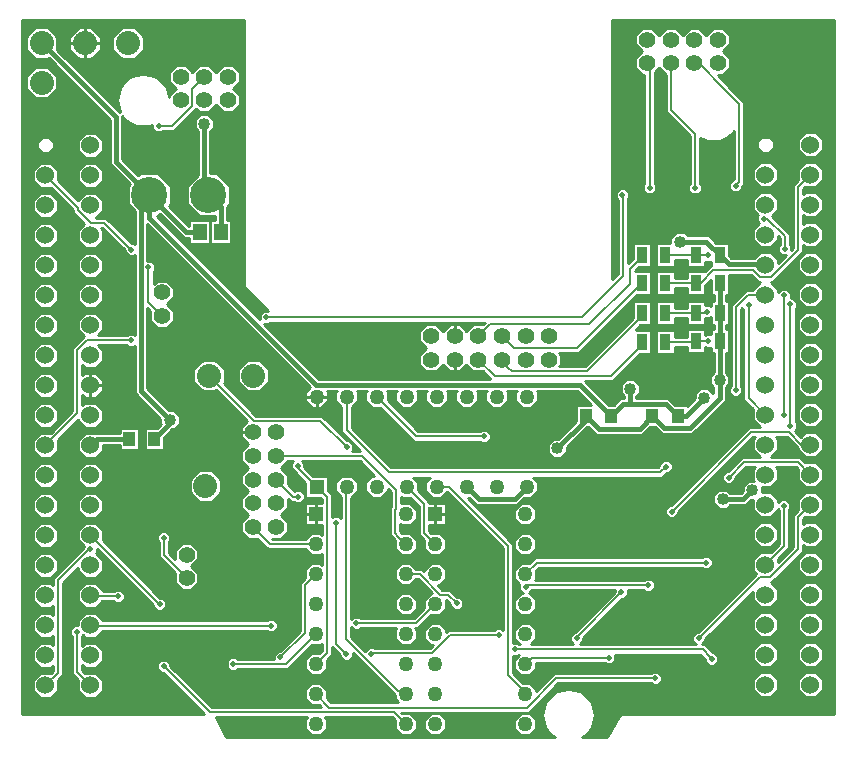
<source format=gbr>
G04 PROTEUS GERBER X2 FILE*
%TF.GenerationSoftware,Labcenter,Proteus,8.12-SP0-Build30713*%
%TF.CreationDate,2021-08-05T01:58:47+00:00*%
%TF.FileFunction,Copper,L2,Bot*%
%TF.FilePolarity,Positive*%
%TF.Part,Single*%
%TF.SameCoordinates,{c268b761-3c90-48aa-9c34-52fb7bb1cfd9}*%
%FSLAX45Y45*%
%MOMM*%
G01*
%TA.AperFunction,Conductor*%
%ADD10C,0.203200*%
%ADD73C,0.152400*%
%ADD11C,0.381000*%
%TA.AperFunction,ViaPad*%
%ADD12C,0.508000*%
%ADD13C,1.016000*%
%TA.AperFunction,Conductor*%
%ADD14C,0.254000*%
%TA.AperFunction,ComponentPad*%
%ADD16C,1.524000*%
%TA.AperFunction,ComponentPad*%
%ADD15R,1.270000X1.270000*%
%ADD17C,1.270000*%
%TA.AperFunction,SMDPad,CuDef*%
%ADD22R,0.939800X1.447800*%
%TA.AperFunction,WasherPad*%
%ADD21C,1.397000*%
%TA.AperFunction,ComponentPad*%
%ADD23C,3.048000*%
%TA.AperFunction,SMDPad,CuDef*%
%ADD29R,1.016000X1.270000*%
%TA.AperFunction,ComponentPad*%
%ADD28C,2.032000*%
%TA.AperFunction,SMDPad,CuDef*%
%ADD25R,1.143000X1.447800*%
%TD.AperFunction*%
G36*
X+1939040Y+3674750D02*
X+2140482Y+3473308D01*
X+2105577Y+3473308D01*
X+2072844Y+3440575D01*
X+2072844Y+3401112D01*
X+1201835Y+4272121D01*
X+1215371Y+4272121D01*
X+1232117Y+4288867D01*
X+1433052Y+4087932D01*
X+1477371Y+4087932D01*
X+1477371Y+4037131D01*
X+1652629Y+4037131D01*
X+1652629Y+4242869D01*
X+1477371Y+4242869D01*
X+1477371Y+4192068D01*
X+1476188Y+4192068D01*
X+1305753Y+4362503D01*
X+1322499Y+4379249D01*
X+1322499Y+4530751D01*
X+1215371Y+4637879D01*
X+1063869Y+4637879D01*
X+1047123Y+4621133D01*
X+910664Y+4757592D01*
X+910664Y+5125110D01*
X+928059Y+5101088D01*
X+976815Y+5063626D01*
X+1030976Y+5041652D01*
X+1087000Y+5034501D01*
X+1143024Y+5041652D01*
X+1164121Y+5050211D01*
X+1164121Y+5016854D01*
X+1196854Y+4984121D01*
X+1243146Y+4984121D01*
X+1255846Y+4996821D01*
X+1352109Y+4996821D01*
X+1536700Y+5181412D01*
X+1563442Y+5154671D01*
X+1646558Y+5154671D01*
X+1705000Y+5213113D01*
X+1763442Y+5154671D01*
X+1846558Y+5154671D01*
X+1905329Y+5213442D01*
X+1905329Y+5296558D01*
X+1846887Y+5355000D01*
X+1905329Y+5413442D01*
X+1905329Y+5496558D01*
X+1846558Y+5555329D01*
X+1763442Y+5555329D01*
X+1705000Y+5496887D01*
X+1646558Y+5555329D01*
X+1563442Y+5555329D01*
X+1505000Y+5496887D01*
X+1446558Y+5555329D01*
X+1363442Y+5555329D01*
X+1304671Y+5496558D01*
X+1304671Y+5413442D01*
X+1363113Y+5355000D01*
X+1304671Y+5296558D01*
X+1304671Y+5282150D01*
X+1286556Y+5356825D01*
X+1245941Y+5412912D01*
X+1197185Y+5450374D01*
X+1143024Y+5472348D01*
X+1087000Y+5479499D01*
X+1030976Y+5472348D01*
X+976815Y+5450374D01*
X+928059Y+5412912D01*
X+887444Y+5356825D01*
X+863228Y+5257000D01*
X+887444Y+5157175D01*
X+890024Y+5153612D01*
X+360212Y+5683424D01*
X+362079Y+5685291D01*
X+362079Y+5794709D01*
X+284709Y+5872079D01*
X+175291Y+5872079D01*
X+97921Y+5794709D01*
X+97921Y+5685291D01*
X+175291Y+5607921D01*
X+284709Y+5607921D01*
X+286576Y+5609788D01*
X+806526Y+5089838D01*
X+806526Y+4714458D01*
X+973487Y+4547497D01*
X+956741Y+4530751D01*
X+956741Y+4379249D01*
X+1017931Y+4318059D01*
X+1017931Y+4038922D01*
X+1009913Y+4046940D01*
X+991952Y+4046940D01*
X+776292Y+4262600D01*
X+686467Y+4262600D01*
X+747679Y+4323812D01*
X+747679Y+4412188D01*
X+685188Y+4474679D01*
X+596812Y+4474679D01*
X+534321Y+4412188D01*
X+534321Y+4408743D01*
X+365966Y+4577098D01*
X+366679Y+4577812D01*
X+366679Y+4666188D01*
X+304188Y+4728679D01*
X+215812Y+4728679D01*
X+153321Y+4666188D01*
X+153321Y+4577812D01*
X+215812Y+4515321D01*
X+304188Y+4515321D01*
X+304902Y+4516034D01*
X+494881Y+4326055D01*
X+494881Y+4305701D01*
X+588358Y+4212224D01*
X+534321Y+4158188D01*
X+534321Y+4069812D01*
X+596812Y+4007321D01*
X+685188Y+4007321D01*
X+747679Y+4069812D01*
X+747679Y+4158188D01*
X+729625Y+4176242D01*
X+740522Y+4176242D01*
X+930888Y+3985876D01*
X+930888Y+3967915D01*
X+963621Y+3935182D01*
X+1009913Y+3935182D01*
X+1017931Y+3943200D01*
X+1017931Y+3271220D01*
X+1008146Y+3281005D01*
X+961854Y+3281005D01*
X+949154Y+3268305D01*
X+708172Y+3268305D01*
X+747679Y+3307812D01*
X+747679Y+3396188D01*
X+685188Y+3458679D01*
X+596812Y+3458679D01*
X+534321Y+3396188D01*
X+534321Y+3307812D01*
X+584740Y+3257393D01*
X+487027Y+3159680D01*
X+487027Y+2624091D01*
X+304902Y+2441966D01*
X+304188Y+2442679D01*
X+215812Y+2442679D01*
X+153321Y+2380188D01*
X+153321Y+2291812D01*
X+215812Y+2229321D01*
X+304188Y+2229321D01*
X+366679Y+2291812D01*
X+366679Y+2380188D01*
X+365966Y+2380902D01*
X+534321Y+2549257D01*
X+534321Y+2545812D01*
X+596812Y+2483321D01*
X+685188Y+2483321D01*
X+747679Y+2545812D01*
X+747679Y+2634188D01*
X+685188Y+2696679D01*
X+596812Y+2696679D01*
X+573385Y+2673252D01*
X+573385Y+2760748D01*
X+596812Y+2737321D01*
X+685188Y+2737321D01*
X+747679Y+2799812D01*
X+747679Y+2888188D01*
X+685188Y+2950679D01*
X+596812Y+2950679D01*
X+573385Y+2927252D01*
X+573385Y+3014748D01*
X+596812Y+2991321D01*
X+685188Y+2991321D01*
X+747679Y+3053812D01*
X+747679Y+3142188D01*
X+707920Y+3181947D01*
X+949154Y+3181947D01*
X+961854Y+3169247D01*
X+1008146Y+3169247D01*
X+1017931Y+3179032D01*
X+1017931Y+2773433D01*
X+1233721Y+2557643D01*
X+1233721Y+2516333D01*
X+1234889Y+2515165D01*
X+1203703Y+2483979D01*
X+1102081Y+2483979D01*
X+1102081Y+2296021D01*
X+1264639Y+2296021D01*
X+1264639Y+2397643D01*
X+1335717Y+2468721D01*
X+1348667Y+2468721D01*
X+1396279Y+2516333D01*
X+1396279Y+2583667D01*
X+1348667Y+2631279D01*
X+1307357Y+2631279D01*
X+1122069Y+2816567D01*
X+1122069Y+3494979D01*
X+1148727Y+3468321D01*
X+1148727Y+3387498D01*
X+1207498Y+3328727D01*
X+1290614Y+3328727D01*
X+1349385Y+3387498D01*
X+1349385Y+3470614D01*
X+1290943Y+3529056D01*
X+1349385Y+3587498D01*
X+1349385Y+3670614D01*
X+1290614Y+3729385D01*
X+1207498Y+3729385D01*
X+1175373Y+3697260D01*
X+1175373Y+3806982D01*
X+1188073Y+3819682D01*
X+1188073Y+3865974D01*
X+1155340Y+3898707D01*
X+1122069Y+3898707D01*
X+1122069Y+4204615D01*
X+2501301Y+2825383D01*
X+2461789Y+2785871D01*
X+2461789Y+2708017D01*
X+2516841Y+2652965D01*
X+2594695Y+2652965D01*
X+2649747Y+2708017D01*
X+2649747Y+2785871D01*
X+2640448Y+2795170D01*
X+2725088Y+2795170D01*
X+2715789Y+2785871D01*
X+2715789Y+2708017D01*
X+2766589Y+2657217D01*
X+2766589Y+2445547D01*
X+2923958Y+2288178D01*
X+2857203Y+2288178D01*
X+2865879Y+2296854D01*
X+2865879Y+2343146D01*
X+2833146Y+2375879D01*
X+2815185Y+2375879D01*
X+2604333Y+2586731D01*
X+2044333Y+2586731D01*
X+1768926Y+2862138D01*
X+1777079Y+2870291D01*
X+1777079Y+2979709D01*
X+1699709Y+3057079D01*
X+1590291Y+3057079D01*
X+1512921Y+2979709D01*
X+1512921Y+2870291D01*
X+1590291Y+2792921D01*
X+1699709Y+2792921D01*
X+1707862Y+2801074D01*
X+1968524Y+2540412D01*
X+1914671Y+2486558D01*
X+1914671Y+2403442D01*
X+1973113Y+2345000D01*
X+1914671Y+2286558D01*
X+1914671Y+2203442D01*
X+1973113Y+2145000D01*
X+1914671Y+2086558D01*
X+1914671Y+2003442D01*
X+1973113Y+1945000D01*
X+1914671Y+1886558D01*
X+1914671Y+1803442D01*
X+1973113Y+1745000D01*
X+1914671Y+1686558D01*
X+1914671Y+1603442D01*
X+1973442Y+1544671D01*
X+2054265Y+1544671D01*
X+2145171Y+1453765D01*
X+2458041Y+1453765D01*
X+2508841Y+1402965D01*
X+2586695Y+1402965D01*
X+2600323Y+1416593D01*
X+2600323Y+1323295D01*
X+2586695Y+1336923D01*
X+2508841Y+1336923D01*
X+2453789Y+1281871D01*
X+2453789Y+1210029D01*
X+2411391Y+1167631D01*
X+2411391Y+762973D01*
X+2243288Y+594870D01*
X+2225327Y+594870D01*
X+2192594Y+562137D01*
X+2192594Y+528864D01*
X+1884016Y+528864D01*
X+1873410Y+539470D01*
X+1827118Y+539470D01*
X+1794385Y+506737D01*
X+1794385Y+460445D01*
X+1827118Y+427712D01*
X+1873410Y+427712D01*
X+1888204Y+442506D01*
X+2316394Y+442506D01*
X+2514853Y+640965D01*
X+2586695Y+640965D01*
X+2600323Y+654593D01*
X+2600323Y+594563D01*
X+2580683Y+574923D01*
X+2508841Y+574923D01*
X+2453789Y+519871D01*
X+2453789Y+442017D01*
X+2508841Y+386965D01*
X+2586695Y+386965D01*
X+2641747Y+442017D01*
X+2641747Y+513859D01*
X+2686681Y+558793D01*
X+2686681Y+627126D01*
X+2752306Y+561501D01*
X+2752306Y+543540D01*
X+2785039Y+510807D01*
X+2831331Y+510807D01*
X+2864064Y+543540D01*
X+2864064Y+573004D01*
X+3215789Y+221279D01*
X+3215789Y+188017D01*
X+3246489Y+157317D01*
X+2678459Y+157317D01*
X+2641747Y+194029D01*
X+2641747Y+265871D01*
X+2586695Y+320923D01*
X+2508841Y+320923D01*
X+2453789Y+265871D01*
X+2453789Y+188017D01*
X+2508841Y+132965D01*
X+2580683Y+132965D01*
X+2596910Y+116738D01*
X+1669326Y+116738D01*
X+1315879Y+470185D01*
X+1315879Y+488146D01*
X+1283146Y+520879D01*
X+1236854Y+520879D01*
X+1204121Y+488146D01*
X+1204121Y+441854D01*
X+1236854Y+409121D01*
X+1254815Y+409121D01*
X+1602976Y+60960D01*
X+60960Y+60960D01*
X+60960Y+5939040D01*
X+1939040Y+5939040D01*
X+1939040Y+3674750D01*
G37*
%LPC*%
G36*
X+1686393Y+5091722D02*
X+1686393Y+5024388D01*
X+1657183Y+4995178D01*
X+1657183Y+4637879D01*
X+1715751Y+4637879D01*
X+1822879Y+4530751D01*
X+1822879Y+4379249D01*
X+1797068Y+4353438D01*
X+1797068Y+4242869D01*
X+1832629Y+4242869D01*
X+1832629Y+4037131D01*
X+1657371Y+4037131D01*
X+1657371Y+4242869D01*
X+1692932Y+4242869D01*
X+1692932Y+4272121D01*
X+1564249Y+4272121D01*
X+1457121Y+4379249D01*
X+1457121Y+4530751D01*
X+1553045Y+4626675D01*
X+1553045Y+4995178D01*
X+1523835Y+5024388D01*
X+1523835Y+5091722D01*
X+1571447Y+5139334D01*
X+1638781Y+5139334D01*
X+1686393Y+5091722D01*
G37*
G36*
X+1051279Y+2296021D02*
X+888721Y+2296021D01*
X+888721Y+2337931D01*
X+747679Y+2337931D01*
X+747679Y+2291812D01*
X+685188Y+2229321D01*
X+596812Y+2229321D01*
X+534321Y+2291812D01*
X+534321Y+2380188D01*
X+596812Y+2442679D01*
X+685188Y+2442679D01*
X+685798Y+2442069D01*
X+888721Y+2442069D01*
X+888721Y+2483979D01*
X+1051279Y+2483979D01*
X+1051279Y+2296021D01*
G37*
G36*
X+231594Y+4944579D02*
X+288406Y+4944579D01*
X+328579Y+4904406D01*
X+328579Y+4847594D01*
X+288406Y+4807421D01*
X+231594Y+4807421D01*
X+191421Y+4847594D01*
X+191421Y+4904406D01*
X+231594Y+4944579D01*
G37*
G36*
X+596812Y+4982679D02*
X+685188Y+4982679D01*
X+747679Y+4920188D01*
X+747679Y+4831812D01*
X+685188Y+4769321D01*
X+596812Y+4769321D01*
X+534321Y+4831812D01*
X+534321Y+4920188D01*
X+596812Y+4982679D01*
G37*
G36*
X+596812Y+4728679D02*
X+685188Y+4728679D01*
X+747679Y+4666188D01*
X+747679Y+4577812D01*
X+685188Y+4515321D01*
X+596812Y+4515321D01*
X+534321Y+4577812D01*
X+534321Y+4666188D01*
X+596812Y+4728679D01*
G37*
G36*
X+215812Y+4474679D02*
X+304188Y+4474679D01*
X+366679Y+4412188D01*
X+366679Y+4323812D01*
X+304188Y+4261321D01*
X+215812Y+4261321D01*
X+153321Y+4323812D01*
X+153321Y+4412188D01*
X+215812Y+4474679D01*
G37*
G36*
X+215812Y+4220679D02*
X+304188Y+4220679D01*
X+366679Y+4158188D01*
X+366679Y+4069812D01*
X+304188Y+4007321D01*
X+215812Y+4007321D01*
X+153321Y+4069812D01*
X+153321Y+4158188D01*
X+215812Y+4220679D01*
G37*
G36*
X+215812Y+3966679D02*
X+304188Y+3966679D01*
X+366679Y+3904188D01*
X+366679Y+3815812D01*
X+304188Y+3753321D01*
X+215812Y+3753321D01*
X+153321Y+3815812D01*
X+153321Y+3904188D01*
X+215812Y+3966679D01*
G37*
G36*
X+596812Y+3966679D02*
X+685188Y+3966679D01*
X+747679Y+3904188D01*
X+747679Y+3815812D01*
X+685188Y+3753321D01*
X+596812Y+3753321D01*
X+534321Y+3815812D01*
X+534321Y+3904188D01*
X+596812Y+3966679D01*
G37*
G36*
X+215812Y+3712679D02*
X+304188Y+3712679D01*
X+366679Y+3650188D01*
X+366679Y+3561812D01*
X+304188Y+3499321D01*
X+215812Y+3499321D01*
X+153321Y+3561812D01*
X+153321Y+3650188D01*
X+215812Y+3712679D01*
G37*
G36*
X+596812Y+3712679D02*
X+685188Y+3712679D01*
X+747679Y+3650188D01*
X+747679Y+3561812D01*
X+685188Y+3499321D01*
X+596812Y+3499321D01*
X+534321Y+3561812D01*
X+534321Y+3650188D01*
X+596812Y+3712679D01*
G37*
G36*
X+215812Y+3458679D02*
X+304188Y+3458679D01*
X+366679Y+3396188D01*
X+366679Y+3307812D01*
X+304188Y+3245321D01*
X+215812Y+3245321D01*
X+153321Y+3307812D01*
X+153321Y+3396188D01*
X+215812Y+3458679D01*
G37*
G36*
X+215812Y+3204679D02*
X+304188Y+3204679D01*
X+366679Y+3142188D01*
X+366679Y+3053812D01*
X+304188Y+2991321D01*
X+215812Y+2991321D01*
X+153321Y+3053812D01*
X+153321Y+3142188D01*
X+215812Y+3204679D01*
G37*
G36*
X+215812Y+2950679D02*
X+304188Y+2950679D01*
X+366679Y+2888188D01*
X+366679Y+2799812D01*
X+304188Y+2737321D01*
X+215812Y+2737321D01*
X+153321Y+2799812D01*
X+153321Y+2888188D01*
X+215812Y+2950679D01*
G37*
G36*
X+215812Y+2696679D02*
X+304188Y+2696679D01*
X+366679Y+2634188D01*
X+366679Y+2545812D01*
X+304188Y+2483321D01*
X+215812Y+2483321D01*
X+153321Y+2545812D01*
X+153321Y+2634188D01*
X+215812Y+2696679D01*
G37*
G36*
X+215812Y+2188679D02*
X+304188Y+2188679D01*
X+366679Y+2126188D01*
X+366679Y+2037812D01*
X+304188Y+1975321D01*
X+215812Y+1975321D01*
X+153321Y+2037812D01*
X+153321Y+2126188D01*
X+215812Y+2188679D01*
G37*
G36*
X+596812Y+2188679D02*
X+685188Y+2188679D01*
X+747679Y+2126188D01*
X+747679Y+2037812D01*
X+685188Y+1975321D01*
X+596812Y+1975321D01*
X+534321Y+2037812D01*
X+534321Y+2126188D01*
X+596812Y+2188679D01*
G37*
G36*
X+215812Y+1934679D02*
X+304188Y+1934679D01*
X+366679Y+1872188D01*
X+366679Y+1783812D01*
X+304188Y+1721321D01*
X+215812Y+1721321D01*
X+153321Y+1783812D01*
X+153321Y+1872188D01*
X+215812Y+1934679D01*
G37*
G36*
X+596812Y+1934679D02*
X+685188Y+1934679D01*
X+747679Y+1872188D01*
X+747679Y+1783812D01*
X+685188Y+1721321D01*
X+596812Y+1721321D01*
X+534321Y+1783812D01*
X+534321Y+1872188D01*
X+596812Y+1934679D01*
G37*
G36*
X+215812Y+1680679D02*
X+304188Y+1680679D01*
X+366679Y+1618188D01*
X+366679Y+1529812D01*
X+304188Y+1467321D01*
X+215812Y+1467321D01*
X+153321Y+1529812D01*
X+153321Y+1618188D01*
X+215812Y+1680679D01*
G37*
G36*
X+747679Y+1618188D02*
X+747679Y+1529812D01*
X+746966Y+1529098D01*
X+1230408Y+1045656D01*
X+1250892Y+1045656D01*
X+1283625Y+1012923D01*
X+1283625Y+966631D01*
X+1250892Y+933898D01*
X+1204600Y+933898D01*
X+1171867Y+966631D01*
X+1171867Y+982069D01*
X+695879Y+1458057D01*
X+695879Y+1431536D01*
X+688105Y+1423762D01*
X+747679Y+1364188D01*
X+747679Y+1275812D01*
X+685188Y+1213321D01*
X+596812Y+1213321D01*
X+534321Y+1275812D01*
X+534321Y+1299963D01*
X+407299Y+1172941D01*
X+407299Y+390235D01*
X+365966Y+348902D01*
X+366679Y+348188D01*
X+366679Y+259812D01*
X+304188Y+197321D01*
X+215812Y+197321D01*
X+153321Y+259812D01*
X+153321Y+348188D01*
X+215812Y+410679D01*
X+304188Y+410679D01*
X+304902Y+409966D01*
X+320941Y+426005D01*
X+320941Y+468074D01*
X+304188Y+451321D01*
X+215812Y+451321D01*
X+153321Y+513812D01*
X+153321Y+602188D01*
X+215812Y+664679D01*
X+304188Y+664679D01*
X+320941Y+647926D01*
X+320941Y+722074D01*
X+304188Y+705321D01*
X+215812Y+705321D01*
X+153321Y+767812D01*
X+153321Y+856188D01*
X+215812Y+918679D01*
X+304188Y+918679D01*
X+320941Y+901926D01*
X+320941Y+976074D01*
X+304188Y+959321D01*
X+215812Y+959321D01*
X+153321Y+1021812D01*
X+153321Y+1110188D01*
X+215812Y+1172679D01*
X+304188Y+1172679D01*
X+320941Y+1155926D01*
X+320941Y+1208711D01*
X+584121Y+1471891D01*
X+584121Y+1477828D01*
X+585213Y+1478920D01*
X+534321Y+1529812D01*
X+534321Y+1618188D01*
X+596812Y+1680679D01*
X+685188Y+1680679D01*
X+747679Y+1618188D01*
G37*
G36*
X+215812Y+1426679D02*
X+304188Y+1426679D01*
X+366679Y+1364188D01*
X+366679Y+1275812D01*
X+304188Y+1213321D01*
X+215812Y+1213321D01*
X+153321Y+1275812D01*
X+153321Y+1364188D01*
X+215812Y+1426679D01*
G37*
G36*
X+747679Y+1110188D02*
X+747679Y+1099347D01*
X+839154Y+1099347D01*
X+851854Y+1112047D01*
X+898146Y+1112047D01*
X+930879Y+1079314D01*
X+930879Y+1033022D01*
X+898146Y+1000289D01*
X+851854Y+1000289D01*
X+839154Y+1012989D01*
X+738856Y+1012989D01*
X+685188Y+959321D01*
X+596812Y+959321D01*
X+534321Y+1021812D01*
X+534321Y+1110188D01*
X+596812Y+1172679D01*
X+685188Y+1172679D01*
X+747679Y+1110188D01*
G37*
G36*
X+747679Y+856188D02*
X+747679Y+851645D01*
X+2134766Y+851645D01*
X+2147466Y+864345D01*
X+2193758Y+864345D01*
X+2226491Y+831612D01*
X+2226491Y+785320D01*
X+2193758Y+752587D01*
X+2147466Y+752587D01*
X+2134766Y+765287D01*
X+745154Y+765287D01*
X+685188Y+705321D01*
X+596812Y+705321D01*
X+576808Y+725324D01*
X+571191Y+719707D01*
X+571191Y+639058D01*
X+596812Y+664679D01*
X+685188Y+664679D01*
X+747679Y+602188D01*
X+747679Y+513812D01*
X+685188Y+451321D01*
X+596812Y+451321D01*
X+571191Y+476942D01*
X+571191Y+434873D01*
X+596098Y+409966D01*
X+596812Y+410679D01*
X+685188Y+410679D01*
X+747679Y+348188D01*
X+747679Y+259812D01*
X+685188Y+197321D01*
X+596812Y+197321D01*
X+534321Y+259812D01*
X+534321Y+348188D01*
X+535034Y+348902D01*
X+484833Y+399103D01*
X+484833Y+719707D01*
X+472133Y+732407D01*
X+472133Y+778699D01*
X+504866Y+811432D01*
X+534321Y+811432D01*
X+534321Y+856188D01*
X+596812Y+918679D01*
X+685188Y+918679D01*
X+747679Y+856188D01*
G37*
G36*
X+1317821Y+1575032D02*
X+1317821Y+1528740D01*
X+1305121Y+1516040D01*
X+1305121Y+1420943D01*
X+1354671Y+1371393D01*
X+1354671Y+1451558D01*
X+1413442Y+1510329D01*
X+1496558Y+1510329D01*
X+1555329Y+1451558D01*
X+1555329Y+1368442D01*
X+1496887Y+1310000D01*
X+1555329Y+1251558D01*
X+1555329Y+1168442D01*
X+1496558Y+1109671D01*
X+1413442Y+1109671D01*
X+1354671Y+1168442D01*
X+1354671Y+1249265D01*
X+1218763Y+1385173D01*
X+1218763Y+1516040D01*
X+1206063Y+1528740D01*
X+1206063Y+1575032D01*
X+1238796Y+1607765D01*
X+1285088Y+1607765D01*
X+1317821Y+1575032D01*
G37*
G36*
X+1482921Y+1935291D02*
X+1482921Y+2044709D01*
X+1560291Y+2122079D01*
X+1669709Y+2122079D01*
X+1747079Y+2044709D01*
X+1747079Y+1935291D01*
X+1669709Y+1857921D01*
X+1560291Y+1857921D01*
X+1482921Y+1935291D01*
G37*
G36*
X+97921Y+5350291D02*
X+97921Y+5459709D01*
X+175291Y+5537079D01*
X+284709Y+5537079D01*
X+362079Y+5459709D01*
X+362079Y+5350291D01*
X+284709Y+5272921D01*
X+175291Y+5272921D01*
X+97921Y+5350291D01*
G37*
G36*
X+462921Y+5685291D02*
X+462921Y+5794709D01*
X+540291Y+5872079D01*
X+649709Y+5872079D01*
X+727079Y+5794709D01*
X+727079Y+5685291D01*
X+649709Y+5607921D01*
X+540291Y+5607921D01*
X+462921Y+5685291D01*
G37*
G36*
X+827921Y+5685291D02*
X+827921Y+5794709D01*
X+905291Y+5872079D01*
X+1014709Y+5872079D01*
X+1092079Y+5794709D01*
X+1092079Y+5685291D01*
X+1014709Y+5607921D01*
X+905291Y+5607921D01*
X+827921Y+5685291D01*
G37*
G36*
X+1887921Y+2870291D02*
X+1887921Y+2979709D01*
X+1965291Y+3057079D01*
X+2074709Y+3057079D01*
X+2152079Y+2979709D01*
X+2152079Y+2870291D01*
X+2074709Y+2792921D01*
X+1965291Y+2792921D01*
X+1887921Y+2870291D01*
G37*
G36*
X+2374921Y+1300160D02*
X+2374921Y+1326462D01*
X+2393520Y+1345061D01*
X+2419822Y+1345061D01*
X+2438421Y+1326462D01*
X+2438421Y+1300160D01*
X+2419822Y+1281561D01*
X+2393520Y+1281561D01*
X+2374921Y+1300160D01*
G37*
G36*
X+718337Y+129500D02*
X+718337Y+155802D01*
X+736936Y+174401D01*
X+763238Y+174401D01*
X+781837Y+155802D01*
X+781837Y+129500D01*
X+763238Y+110901D01*
X+736936Y+110901D01*
X+718337Y+129500D01*
G37*
G36*
X+1443744Y+1805084D02*
X+1443744Y+1831386D01*
X+1462343Y+1849985D01*
X+1488645Y+1849985D01*
X+1507244Y+1831386D01*
X+1507244Y+1805084D01*
X+1488645Y+1786485D01*
X+1462343Y+1786485D01*
X+1443744Y+1805084D01*
G37*
%LPD*%
G36*
X+6939040Y+60960D02*
X+5143328Y+60960D01*
X+5114621Y+43986D01*
X+5013957Y-139040D01*
X+4804826Y-139040D01*
X+4847941Y-105912D01*
X+4888556Y-49825D01*
X+4912772Y+50000D01*
X+4888556Y+149825D01*
X+4847941Y+205912D01*
X+4799185Y+243374D01*
X+4745024Y+265348D01*
X+4689000Y+272499D01*
X+4632976Y+265348D01*
X+4578815Y+243374D01*
X+4530059Y+205912D01*
X+4489444Y+149825D01*
X+4465228Y+50000D01*
X+4489444Y-49825D01*
X+4530059Y-105912D01*
X+4573174Y-139040D01*
X+1787675Y-139040D01*
X+1702965Y+30380D01*
X+2472298Y+30380D01*
X+2453789Y+11871D01*
X+2453789Y-65983D01*
X+2508841Y-121035D01*
X+2586695Y-121035D01*
X+2641747Y-65983D01*
X+2641747Y+11871D01*
X+2623238Y+30380D01*
X+3191268Y+30380D01*
X+3215789Y+5859D01*
X+3215789Y-65983D01*
X+3270841Y-121035D01*
X+3348695Y-121035D01*
X+3403747Y-65983D01*
X+3403747Y+11871D01*
X+3348695Y+66923D01*
X+3276853Y+66923D01*
X+3272817Y+70959D01*
X+4356050Y+70959D01*
X+4603600Y+318509D01*
X+5387694Y+318509D01*
X+5400394Y+305809D01*
X+5446686Y+305809D01*
X+5479419Y+338542D01*
X+5479419Y+384834D01*
X+5446686Y+417567D01*
X+5400394Y+417567D01*
X+5387694Y+404867D01*
X+4567830Y+404867D01*
X+4415747Y+252784D01*
X+4415747Y+265871D01*
X+4360695Y+320923D01*
X+4306454Y+320923D01*
X+4223179Y+404198D01*
X+4223179Y+549982D01*
X+4257115Y+549982D01*
X+4269815Y+562682D01*
X+4270600Y+562682D01*
X+4227789Y+519871D01*
X+4227789Y+442017D01*
X+4282841Y+386965D01*
X+4360695Y+386965D01*
X+4415747Y+442017D01*
X+4415747Y+491821D01*
X+4994154Y+491821D01*
X+5006854Y+479121D01*
X+5053146Y+479121D01*
X+5085879Y+511854D01*
X+5085879Y+558146D01*
X+5081343Y+562682D01*
X+5806254Y+562682D01*
X+5844121Y+524815D01*
X+5844121Y+501854D01*
X+5876854Y+469121D01*
X+5923146Y+469121D01*
X+5955879Y+501854D01*
X+5955879Y+548146D01*
X+5923146Y+580879D01*
X+5910185Y+580879D01*
X+5842024Y+649040D01*
X+5820982Y+649040D01*
X+5848796Y+676854D01*
X+5848796Y+694815D01*
X+6249321Y+1095340D01*
X+6249321Y+1025812D01*
X+6311812Y+963321D01*
X+6400188Y+963321D01*
X+6462679Y+1025812D01*
X+6462679Y+1114188D01*
X+6401529Y+1175338D01*
X+6415769Y+1175338D01*
X+6675715Y+1435284D01*
X+6675715Y+1488418D01*
X+6692812Y+1471321D01*
X+6781188Y+1471321D01*
X+6843679Y+1533812D01*
X+6843679Y+1622188D01*
X+6781188Y+1684679D01*
X+6692812Y+1684679D01*
X+6675715Y+1667582D01*
X+6675715Y+1709651D01*
X+6692098Y+1726034D01*
X+6692812Y+1725321D01*
X+6781188Y+1725321D01*
X+6843679Y+1787812D01*
X+6843679Y+1876188D01*
X+6781188Y+1938679D01*
X+6692812Y+1938679D01*
X+6630321Y+1876188D01*
X+6630321Y+1787812D01*
X+6631034Y+1787098D01*
X+6589357Y+1745421D01*
X+6589357Y+1471054D01*
X+6462679Y+1344376D01*
X+6462679Y+1368188D01*
X+6461966Y+1368902D01*
X+6554499Y+1461435D01*
X+6554499Y+1787331D01*
X+6567199Y+1800031D01*
X+6567199Y+1846323D01*
X+6534466Y+1879056D01*
X+6488174Y+1879056D01*
X+6462679Y+1853561D01*
X+6462679Y+1876188D01*
X+6400188Y+1938679D01*
X+6325294Y+1938679D01*
X+6325294Y+1979321D01*
X+6400188Y+1979321D01*
X+6462679Y+2041812D01*
X+6462679Y+2130188D01*
X+6443484Y+2149383D01*
X+6612553Y+2149383D01*
X+6631034Y+2130902D01*
X+6630321Y+2130188D01*
X+6630321Y+2041812D01*
X+6692812Y+1979321D01*
X+6781188Y+1979321D01*
X+6843679Y+2041812D01*
X+6843679Y+2130188D01*
X+6781188Y+2192679D01*
X+6692812Y+2192679D01*
X+6692098Y+2191966D01*
X+6648323Y+2235741D01*
X+6402608Y+2235741D01*
X+6462679Y+2295812D01*
X+6462679Y+2384188D01*
X+6444124Y+2402743D01*
X+6535790Y+2402743D01*
X+6630321Y+2308212D01*
X+6630321Y+2295812D01*
X+6692812Y+2233321D01*
X+6781188Y+2233321D01*
X+6843679Y+2295812D01*
X+6843679Y+2384188D01*
X+6781188Y+2446679D01*
X+6692812Y+2446679D01*
X+6653397Y+2407264D01*
X+6605166Y+2455495D01*
X+6623898Y+2474227D01*
X+6623898Y+2520519D01*
X+6611198Y+2533219D01*
X+6611198Y+3492614D01*
X+6623898Y+3505314D01*
X+6623898Y+3551606D01*
X+6591165Y+3584339D01*
X+6570879Y+3584339D01*
X+6570879Y+3628146D01*
X+6538146Y+3660879D01*
X+6491854Y+3660879D01*
X+6462679Y+3631704D01*
X+6462679Y+3654188D01*
X+6402136Y+3714731D01*
X+6420697Y+3714731D01*
X+6673533Y+3967567D01*
X+6673533Y+4030600D01*
X+6692812Y+4011321D01*
X+6781188Y+4011321D01*
X+6843679Y+4073812D01*
X+6843679Y+4162188D01*
X+6781188Y+4224679D01*
X+6692812Y+4224679D01*
X+6673533Y+4205400D01*
X+6673533Y+4284600D01*
X+6692812Y+4265321D01*
X+6781188Y+4265321D01*
X+6843679Y+4327812D01*
X+6843679Y+4416188D01*
X+6781188Y+4478679D01*
X+6692812Y+4478679D01*
X+6673533Y+4459400D01*
X+6673533Y+4501469D01*
X+6692098Y+4520034D01*
X+6692812Y+4519321D01*
X+6781188Y+4519321D01*
X+6843679Y+4581812D01*
X+6843679Y+4670188D01*
X+6781188Y+4732679D01*
X+6692812Y+4732679D01*
X+6630321Y+4670188D01*
X+6630321Y+4581812D01*
X+6631034Y+4581098D01*
X+6587175Y+4537239D01*
X+6587175Y+4003337D01*
X+6575187Y+3991349D01*
X+6575187Y+4021564D01*
X+6562487Y+4034264D01*
X+6562487Y+4125463D01*
X+6411408Y+4276542D01*
X+6462679Y+4327812D01*
X+6462679Y+4416188D01*
X+6400188Y+4478679D01*
X+6311812Y+4478679D01*
X+6249321Y+4416188D01*
X+6249321Y+4327812D01*
X+6294196Y+4282937D01*
X+6287705Y+4276446D01*
X+6287705Y+4230154D01*
X+6302496Y+4215363D01*
X+6249321Y+4162188D01*
X+6249321Y+4073812D01*
X+6311812Y+4011321D01*
X+6400188Y+4011321D01*
X+6462679Y+4073812D01*
X+6462679Y+4103143D01*
X+6476129Y+4089693D01*
X+6476129Y+4034264D01*
X+6463429Y+4021564D01*
X+6463429Y+3975272D01*
X+6496162Y+3942539D01*
X+6526377Y+3942539D01*
X+6462679Y+3878841D01*
X+6462679Y+3908188D01*
X+6400188Y+3970679D01*
X+6311812Y+3970679D01*
X+6263202Y+3922069D01*
X+6067894Y+3922069D01*
X+6047469Y+3942494D01*
X+6047469Y+4049196D01*
X+5940767Y+4049196D01*
X+5877824Y+4112139D01*
X+5696498Y+4112139D01*
X+5667288Y+4141349D01*
X+5599954Y+4141349D01*
X+5552342Y+4093737D01*
X+5552342Y+4049196D01*
X+5432531Y+4049196D01*
X+5432531Y+3843458D01*
X+5587469Y+3843458D01*
X+5587469Y+3903148D01*
X+5692531Y+3903148D01*
X+5692531Y+3843458D01*
X+5847469Y+3843458D01*
X+5847469Y+3890819D01*
X+5892531Y+3890819D01*
X+5892531Y+3856379D01*
X+5847469Y+3811317D01*
X+5847469Y+3814196D01*
X+5692531Y+3814196D01*
X+5692531Y+3749506D01*
X+5587469Y+3749506D01*
X+5587469Y+3809196D01*
X+5432531Y+3809196D01*
X+5432531Y+3603458D01*
X+5587469Y+3603458D01*
X+5587469Y+3663148D01*
X+5692531Y+3663148D01*
X+5692531Y+3608458D01*
X+5847469Y+3608458D01*
X+5847469Y+3689189D01*
X+5892531Y+3734251D01*
X+5892531Y+3608458D01*
X+5917931Y+3608458D01*
X+5917931Y+3559196D01*
X+5892531Y+3559196D01*
X+5892531Y+3516425D01*
X+5886209Y+3522747D01*
X+5847469Y+3522747D01*
X+5847469Y+3559196D01*
X+5692531Y+3559196D01*
X+5692531Y+3499506D01*
X+5587469Y+3499506D01*
X+5587469Y+3559196D01*
X+5432531Y+3559196D01*
X+5432531Y+3353458D01*
X+5587469Y+3353458D01*
X+5587469Y+3413148D01*
X+5692531Y+3413148D01*
X+5692531Y+3353458D01*
X+5847469Y+3353458D01*
X+5847469Y+3410989D01*
X+5886209Y+3410989D01*
X+5892531Y+3417311D01*
X+5892531Y+3353458D01*
X+5917931Y+3353458D01*
X+5917931Y+3319196D01*
X+5892531Y+3319196D01*
X+5892531Y+3274039D01*
X+5850500Y+3274039D01*
X+5847469Y+3271008D01*
X+5847469Y+3319196D01*
X+5692531Y+3319196D01*
X+5692531Y+3254506D01*
X+5587469Y+3254506D01*
X+5587469Y+3314196D01*
X+5432531Y+3314196D01*
X+5432531Y+3108458D01*
X+5587469Y+3108458D01*
X+5587469Y+3168148D01*
X+5692531Y+3168148D01*
X+5692531Y+3113458D01*
X+5847469Y+3113458D01*
X+5847469Y+3165312D01*
X+5850500Y+3162281D01*
X+5892531Y+3162281D01*
X+5892531Y+3113458D01*
X+5917931Y+3113458D01*
X+5917931Y+2954373D01*
X+5886531Y+2922973D01*
X+5886531Y+2855639D01*
X+5915741Y+2826429D01*
X+5915741Y+2777387D01*
X+5873212Y+2819916D01*
X+5805878Y+2819916D01*
X+5758266Y+2772304D01*
X+5758266Y+2730994D01*
X+5694639Y+2667367D01*
X+5694639Y+2673979D01*
X+5593017Y+2673979D01*
X+5534692Y+2732304D01*
X+5264273Y+2732304D01*
X+5264273Y+2752945D01*
X+5291809Y+2780481D01*
X+5291809Y+2847815D01*
X+5244197Y+2895427D01*
X+5176863Y+2895427D01*
X+5129251Y+2847815D01*
X+5129251Y+2780481D01*
X+5160135Y+2749597D01*
X+5160135Y+2732304D01*
X+5128668Y+2732304D01*
X+5070342Y+2673979D01*
X+5029657Y+2673979D01*
X+4825744Y+2877892D01*
X+5067629Y+2877892D01*
X+5298195Y+3108458D01*
X+5387469Y+3108458D01*
X+5387469Y+3314196D01*
X+5258933Y+3314196D01*
X+5298195Y+3353458D01*
X+5387469Y+3353458D01*
X+5387469Y+3559196D01*
X+5232531Y+3559196D01*
X+5232531Y+3409922D01*
X+4827422Y+3004813D01*
X+4611700Y+3004813D01*
X+4625329Y+3018442D01*
X+4625329Y+3101558D01*
X+4611240Y+3115647D01*
X+4780384Y+3115647D01*
X+5268195Y+3603458D01*
X+5387469Y+3603458D01*
X+5387469Y+3809196D01*
X+5250694Y+3809196D01*
X+5284956Y+3843458D01*
X+5387469Y+3843458D01*
X+5387469Y+4049196D01*
X+5232531Y+4049196D01*
X+5232531Y+3913161D01*
X+5196664Y+3877294D01*
X+5196664Y+4427639D01*
X+5200879Y+4431854D01*
X+5200879Y+4478146D01*
X+5168146Y+4510879D01*
X+5121854Y+4510879D01*
X+5089121Y+4478146D01*
X+5089121Y+4431854D01*
X+5110306Y+4410669D01*
X+5110306Y+3788868D01*
X+5060960Y+3739522D01*
X+5060960Y+5939040D01*
X+6939040Y+5939040D01*
X+6939040Y+60960D01*
G37*
%LPC*%
G36*
X+6055329Y+5811558D02*
X+6055329Y+5728442D01*
X+5996887Y+5670000D01*
X+6055329Y+5611558D01*
X+6055329Y+5528442D01*
X+5996558Y+5469671D01*
X+5951393Y+5469671D01*
X+6057182Y+5363882D01*
X+6057182Y+5358882D01*
X+6175584Y+5240480D01*
X+6175584Y+4542136D01*
X+6159406Y+4525958D01*
X+6159406Y+4507997D01*
X+6126673Y+4475264D01*
X+6080381Y+4475264D01*
X+6047648Y+4507997D01*
X+6047648Y+4554289D01*
X+6080381Y+4587022D01*
X+6089226Y+4587022D01*
X+6089226Y+4997957D01*
X+6071941Y+4974088D01*
X+6059182Y+4964284D01*
X+6023185Y+4936626D01*
X+5969024Y+4914652D01*
X+5961168Y+4913649D01*
X+5913000Y+4907501D01*
X+5856976Y+4914652D01*
X+5849632Y+4917631D01*
X+5803179Y+4936478D01*
X+5803179Y+4550846D01*
X+5815879Y+4538146D01*
X+5815879Y+4491854D01*
X+5783146Y+4459121D01*
X+5736854Y+4459121D01*
X+5704121Y+4491854D01*
X+5704121Y+4538146D01*
X+5716821Y+4550846D01*
X+5716821Y+4952494D01*
X+5511821Y+5157494D01*
X+5511821Y+5471292D01*
X+5455000Y+5528113D01*
X+5418179Y+5491292D01*
X+5418179Y+4550846D01*
X+5430879Y+4538146D01*
X+5430879Y+4491854D01*
X+5398146Y+4459121D01*
X+5351854Y+4459121D01*
X+5319121Y+4491854D01*
X+5319121Y+4538146D01*
X+5331821Y+4550846D01*
X+5331821Y+5469671D01*
X+5313442Y+5469671D01*
X+5254671Y+5528442D01*
X+5254671Y+5611558D01*
X+5313113Y+5670000D01*
X+5254671Y+5728442D01*
X+5254671Y+5811558D01*
X+5313442Y+5870329D01*
X+5396558Y+5870329D01*
X+5455000Y+5811887D01*
X+5513442Y+5870329D01*
X+5596558Y+5870329D01*
X+5655000Y+5811887D01*
X+5713442Y+5870329D01*
X+5796558Y+5870329D01*
X+5855000Y+5811887D01*
X+5913442Y+5870329D01*
X+5996558Y+5870329D01*
X+6055329Y+5811558D01*
G37*
G36*
X+6327594Y+4948579D02*
X+6384406Y+4948579D01*
X+6424579Y+4908406D01*
X+6424579Y+4851594D01*
X+6384406Y+4811421D01*
X+6327594Y+4811421D01*
X+6287421Y+4851594D01*
X+6287421Y+4908406D01*
X+6327594Y+4948579D01*
G37*
G36*
X+6692812Y+4986679D02*
X+6781188Y+4986679D01*
X+6843679Y+4924188D01*
X+6843679Y+4835812D01*
X+6781188Y+4773321D01*
X+6692812Y+4773321D01*
X+6630321Y+4835812D01*
X+6630321Y+4924188D01*
X+6692812Y+4986679D01*
G37*
G36*
X+6311812Y+4732679D02*
X+6400188Y+4732679D01*
X+6462679Y+4670188D01*
X+6462679Y+4581812D01*
X+6400188Y+4519321D01*
X+6311812Y+4519321D01*
X+6249321Y+4581812D01*
X+6249321Y+4670188D01*
X+6311812Y+4732679D01*
G37*
G36*
X+6692812Y+3970679D02*
X+6781188Y+3970679D01*
X+6843679Y+3908188D01*
X+6843679Y+3819812D01*
X+6781188Y+3757321D01*
X+6692812Y+3757321D01*
X+6630321Y+3819812D01*
X+6630321Y+3908188D01*
X+6692812Y+3970679D01*
G37*
G36*
X+6692812Y+3716679D02*
X+6781188Y+3716679D01*
X+6843679Y+3654188D01*
X+6843679Y+3565812D01*
X+6781188Y+3503321D01*
X+6692812Y+3503321D01*
X+6630321Y+3565812D01*
X+6630321Y+3654188D01*
X+6692812Y+3716679D01*
G37*
G36*
X+6692812Y+3462679D02*
X+6781188Y+3462679D01*
X+6843679Y+3400188D01*
X+6843679Y+3311812D01*
X+6781188Y+3249321D01*
X+6692812Y+3249321D01*
X+6630321Y+3311812D01*
X+6630321Y+3400188D01*
X+6692812Y+3462679D01*
G37*
G36*
X+6692812Y+3208679D02*
X+6781188Y+3208679D01*
X+6843679Y+3146188D01*
X+6843679Y+3057812D01*
X+6781188Y+2995321D01*
X+6692812Y+2995321D01*
X+6630321Y+3057812D01*
X+6630321Y+3146188D01*
X+6692812Y+3208679D01*
G37*
G36*
X+6692812Y+2954679D02*
X+6781188Y+2954679D01*
X+6843679Y+2892188D01*
X+6843679Y+2803812D01*
X+6781188Y+2741321D01*
X+6692812Y+2741321D01*
X+6630321Y+2803812D01*
X+6630321Y+2892188D01*
X+6692812Y+2954679D01*
G37*
G36*
X+6692812Y+2700679D02*
X+6781188Y+2700679D01*
X+6843679Y+2638188D01*
X+6843679Y+2549812D01*
X+6781188Y+2487321D01*
X+6692812Y+2487321D01*
X+6630321Y+2549812D01*
X+6630321Y+2638188D01*
X+6692812Y+2700679D01*
G37*
G36*
X+6692812Y+1430679D02*
X+6781188Y+1430679D01*
X+6843679Y+1368188D01*
X+6843679Y+1279812D01*
X+6781188Y+1217321D01*
X+6692812Y+1217321D01*
X+6630321Y+1279812D01*
X+6630321Y+1368188D01*
X+6692812Y+1430679D01*
G37*
G36*
X+6692812Y+1176679D02*
X+6781188Y+1176679D01*
X+6843679Y+1114188D01*
X+6843679Y+1025812D01*
X+6781188Y+963321D01*
X+6692812Y+963321D01*
X+6630321Y+1025812D01*
X+6630321Y+1114188D01*
X+6692812Y+1176679D01*
G37*
G36*
X+6311812Y+922679D02*
X+6400188Y+922679D01*
X+6462679Y+860188D01*
X+6462679Y+771812D01*
X+6400188Y+709321D01*
X+6311812Y+709321D01*
X+6249321Y+771812D01*
X+6249321Y+860188D01*
X+6311812Y+922679D01*
G37*
G36*
X+6692812Y+922679D02*
X+6781188Y+922679D01*
X+6843679Y+860188D01*
X+6843679Y+771812D01*
X+6781188Y+709321D01*
X+6692812Y+709321D01*
X+6630321Y+771812D01*
X+6630321Y+860188D01*
X+6692812Y+922679D01*
G37*
G36*
X+6311812Y+668679D02*
X+6400188Y+668679D01*
X+6462679Y+606188D01*
X+6462679Y+517812D01*
X+6400188Y+455321D01*
X+6311812Y+455321D01*
X+6249321Y+517812D01*
X+6249321Y+606188D01*
X+6311812Y+668679D01*
G37*
G36*
X+6692812Y+668679D02*
X+6781188Y+668679D01*
X+6843679Y+606188D01*
X+6843679Y+517812D01*
X+6781188Y+455321D01*
X+6692812Y+455321D01*
X+6630321Y+517812D01*
X+6630321Y+606188D01*
X+6692812Y+668679D01*
G37*
G36*
X+6311812Y+414679D02*
X+6400188Y+414679D01*
X+6462679Y+352188D01*
X+6462679Y+263812D01*
X+6400188Y+201321D01*
X+6311812Y+201321D01*
X+6249321Y+263812D01*
X+6249321Y+352188D01*
X+6311812Y+414679D01*
G37*
G36*
X+6692812Y+414679D02*
X+6781188Y+414679D01*
X+6843679Y+352188D01*
X+6843679Y+263812D01*
X+6781188Y+201321D01*
X+6692812Y+201321D01*
X+6630321Y+263812D01*
X+6630321Y+352188D01*
X+6692812Y+414679D01*
G37*
G36*
X+3520841Y+66923D02*
X+3598695Y+66923D01*
X+3653747Y+11871D01*
X+3653747Y-65983D01*
X+3598695Y-121035D01*
X+3520841Y-121035D01*
X+3465789Y-65983D01*
X+3465789Y+11871D01*
X+3520841Y+66923D01*
G37*
G36*
X+4282841Y+66923D02*
X+4360695Y+66923D01*
X+4415747Y+11871D01*
X+4415747Y-65983D01*
X+4360695Y-121035D01*
X+4282841Y-121035D01*
X+4227789Y-65983D01*
X+4227789Y+11871D01*
X+4282841Y+66923D01*
G37*
G36*
X+6743250Y+5801849D02*
X+6743250Y+5828151D01*
X+6761849Y+5846750D01*
X+6788151Y+5846750D01*
X+6806750Y+5828151D01*
X+6806750Y+5801849D01*
X+6788151Y+5783250D01*
X+6761849Y+5783250D01*
X+6743250Y+5801849D01*
G37*
G36*
X+6248250Y+111849D02*
X+6248250Y+138151D01*
X+6266849Y+156750D01*
X+6293151Y+156750D01*
X+6311750Y+138151D01*
X+6311750Y+111849D01*
X+6293151Y+93250D01*
X+6266849Y+93250D01*
X+6248250Y+111849D01*
G37*
G36*
X+5138250Y+5056849D02*
X+5138250Y+5083151D01*
X+5156849Y+5101750D01*
X+5183151Y+5101750D01*
X+5201750Y+5083151D01*
X+5201750Y+5056849D01*
X+5183151Y+5038250D01*
X+5156849Y+5038250D01*
X+5138250Y+5056849D01*
G37*
G36*
X+6208250Y+956849D02*
X+6208250Y+983151D01*
X+6226849Y+1001750D01*
X+6253151Y+1001750D01*
X+6271750Y+983151D01*
X+6271750Y+956849D01*
X+6253151Y+938250D01*
X+6226849Y+938250D01*
X+6208250Y+956849D01*
G37*
%LPD*%
G36*
X+3964265Y+3360329D02*
X+3883442Y+3360329D01*
X+3825000Y+3301887D01*
X+3766558Y+3360329D01*
X+3683442Y+3360329D01*
X+3625000Y+3301887D01*
X+3566558Y+3360329D01*
X+3483442Y+3360329D01*
X+3424671Y+3301558D01*
X+3424671Y+3218442D01*
X+3483113Y+3160000D01*
X+3424671Y+3101558D01*
X+3424671Y+3018442D01*
X+3483442Y+2959671D01*
X+3566558Y+2959671D01*
X+3625000Y+3018113D01*
X+3683442Y+2959671D01*
X+3766558Y+2959671D01*
X+3825000Y+3018113D01*
X+3883442Y+2959671D01*
X+3964265Y+2959671D01*
X+4024628Y+2899308D01*
X+2574648Y+2899308D01*
X+2112406Y+3361550D01*
X+2151869Y+3361550D01*
X+2164569Y+3374250D01*
X+3978186Y+3374250D01*
X+3964265Y+3360329D01*
G37*
G36*
X+6294969Y+3714731D02*
X+6309864Y+3714731D01*
X+6249321Y+3654188D01*
X+6249321Y+3653179D01*
X+6192115Y+3653179D01*
X+6064938Y+3526002D01*
X+6061900Y+2835925D01*
X+6049121Y+2823146D01*
X+6049121Y+2776854D01*
X+6081854Y+2744121D01*
X+6128146Y+2744121D01*
X+6160879Y+2776854D01*
X+6160879Y+2823146D01*
X+6148403Y+2835622D01*
X+6151144Y+3490080D01*
X+6157932Y+3496868D01*
X+6170477Y+3484322D01*
X+6170477Y+2718459D01*
X+6250034Y+2638902D01*
X+6249321Y+2638188D01*
X+6249321Y+2549812D01*
X+6310032Y+2489101D01*
X+6217777Y+2489101D01*
X+5557520Y+1828844D01*
X+5539559Y+1828844D01*
X+5506826Y+1796111D01*
X+5506826Y+1749819D01*
X+5539559Y+1717086D01*
X+5585851Y+1717086D01*
X+5618584Y+1749819D01*
X+5618584Y+1767780D01*
X+6253547Y+2402743D01*
X+6267876Y+2402743D01*
X+6249321Y+2384188D01*
X+6249321Y+2295812D01*
X+6309392Y+2235741D01*
X+6159677Y+2235741D01*
X+6039815Y+2115879D01*
X+6021854Y+2115879D01*
X+5989121Y+2083146D01*
X+5989121Y+2036854D01*
X+6021854Y+2004121D01*
X+6068146Y+2004121D01*
X+6100879Y+2036854D01*
X+6100879Y+2054815D01*
X+6195447Y+2149383D01*
X+6268516Y+2149383D01*
X+6249321Y+2130188D01*
X+6249321Y+2041812D01*
X+6257203Y+2033930D01*
X+6210348Y+2033930D01*
X+6162736Y+1986318D01*
X+6162736Y+1945008D01*
X+6147157Y+1929429D01*
X+6056870Y+1929429D01*
X+6027660Y+1958639D01*
X+5960326Y+1958639D01*
X+5912714Y+1911027D01*
X+5912714Y+1843693D01*
X+5960326Y+1796081D01*
X+6027660Y+1796081D01*
X+6056870Y+1825291D01*
X+6190291Y+1825291D01*
X+6236372Y+1871372D01*
X+6249321Y+1871372D01*
X+6249321Y+1787812D01*
X+6311812Y+1725321D01*
X+6400188Y+1725321D01*
X+6462679Y+1787812D01*
X+6462679Y+1792793D01*
X+6468141Y+1787331D01*
X+6468141Y+1497205D01*
X+6400902Y+1429966D01*
X+6400188Y+1430679D01*
X+6311812Y+1430679D01*
X+6249321Y+1368188D01*
X+6249321Y+1279812D01*
X+6280493Y+1248640D01*
X+5787732Y+755879D01*
X+5769771Y+755879D01*
X+5737038Y+723146D01*
X+5737038Y+676854D01*
X+5764852Y+649040D01*
X+4785310Y+649040D01*
X+4812748Y+676478D01*
X+4812748Y+702712D01*
X+5142640Y+1032604D01*
X+5160601Y+1032604D01*
X+5193334Y+1065337D01*
X+5193334Y+1107479D01*
X+5327101Y+1107479D01*
X+5339801Y+1094779D01*
X+5386093Y+1094779D01*
X+5418826Y+1127512D01*
X+5418826Y+1173804D01*
X+5386093Y+1206537D01*
X+5339801Y+1206537D01*
X+5327101Y+1193837D01*
X+4405567Y+1193837D01*
X+4415747Y+1204017D01*
X+4415747Y+1275859D01*
X+4438875Y+1298987D01*
X+5816809Y+1298987D01*
X+5829509Y+1286287D01*
X+5875801Y+1286287D01*
X+5908534Y+1319020D01*
X+5908534Y+1365312D01*
X+5875801Y+1398045D01*
X+5829509Y+1398045D01*
X+5816809Y+1385345D01*
X+4403105Y+1385345D01*
X+4354683Y+1336923D01*
X+4282841Y+1336923D01*
X+4227789Y+1281871D01*
X+4227789Y+1204017D01*
X+4271430Y+1160376D01*
X+4270650Y+1159595D01*
X+4270650Y+1113303D01*
X+4301030Y+1082923D01*
X+4282841Y+1082923D01*
X+4227789Y+1027871D01*
X+4227789Y+950017D01*
X+4282841Y+894965D01*
X+4360695Y+894965D01*
X+4415747Y+950017D01*
X+4415747Y+1027871D01*
X+4360695Y+1082923D01*
X+4352028Y+1082923D01*
X+4376584Y+1107479D01*
X+5081576Y+1107479D01*
X+5081576Y+1093668D01*
X+4743411Y+755503D01*
X+4733723Y+755503D01*
X+4700990Y+722770D01*
X+4700990Y+676478D01*
X+4728428Y+649040D01*
X+4368770Y+649040D01*
X+4415747Y+696017D01*
X+4415747Y+773871D01*
X+4360695Y+828923D01*
X+4282841Y+828923D01*
X+4227789Y+773871D01*
X+4227789Y+696017D01*
X+4274766Y+649040D01*
X+4269815Y+649040D01*
X+4257115Y+661740D01*
X+4223179Y+661740D01*
X+4223179Y+1502885D01*
X+3835099Y+1890965D01*
X+3846111Y+1890965D01*
X+3905890Y+1831186D01*
X+4253646Y+1831186D01*
X+4313425Y+1890965D01*
X+4372695Y+1890965D01*
X+4427747Y+1946017D01*
X+4427747Y+2023871D01*
X+4389797Y+2061821D01*
X+5482885Y+2061821D01*
X+5520185Y+2099121D01*
X+5538146Y+2099121D01*
X+5570879Y+2131854D01*
X+5570879Y+2178146D01*
X+5538146Y+2210879D01*
X+5491854Y+2210879D01*
X+5459121Y+2178146D01*
X+5459121Y+2160185D01*
X+5447115Y+2148179D01*
X+3186085Y+2148179D01*
X+2852947Y+2481317D01*
X+2852947Y+2657217D01*
X+2903747Y+2708017D01*
X+2903747Y+2785871D01*
X+2894448Y+2795170D01*
X+2979088Y+2795170D01*
X+2969789Y+2785871D01*
X+2969789Y+2708017D01*
X+3024841Y+2652965D01*
X+3096683Y+2652965D01*
X+3382827Y+2366821D01*
X+3939154Y+2366821D01*
X+3951854Y+2354121D01*
X+3998146Y+2354121D01*
X+4030879Y+2386854D01*
X+4030879Y+2433146D01*
X+3998146Y+2465879D01*
X+3951854Y+2465879D01*
X+3939154Y+2453179D01*
X+3418597Y+2453179D01*
X+3157747Y+2714029D01*
X+3157747Y+2785871D01*
X+3148448Y+2795170D01*
X+3233088Y+2795170D01*
X+3223789Y+2785871D01*
X+3223789Y+2708017D01*
X+3278841Y+2652965D01*
X+3356695Y+2652965D01*
X+3411747Y+2708017D01*
X+3411747Y+2785871D01*
X+3402448Y+2795170D01*
X+3487088Y+2795170D01*
X+3477789Y+2785871D01*
X+3477789Y+2708017D01*
X+3532841Y+2652965D01*
X+3610695Y+2652965D01*
X+3665747Y+2708017D01*
X+3665747Y+2785871D01*
X+3656448Y+2795170D01*
X+3741088Y+2795170D01*
X+3731789Y+2785871D01*
X+3731789Y+2708017D01*
X+3786841Y+2652965D01*
X+3864695Y+2652965D01*
X+3919747Y+2708017D01*
X+3919747Y+2785871D01*
X+3910448Y+2795170D01*
X+3995088Y+2795170D01*
X+3985789Y+2785871D01*
X+3985789Y+2708017D01*
X+4040841Y+2652965D01*
X+4118695Y+2652965D01*
X+4173747Y+2708017D01*
X+4173747Y+2785871D01*
X+4164448Y+2795170D01*
X+4249088Y+2795170D01*
X+4239789Y+2785871D01*
X+4239789Y+2708017D01*
X+4294841Y+2652965D01*
X+4372695Y+2652965D01*
X+4427747Y+2708017D01*
X+4427747Y+2785871D01*
X+4418448Y+2795170D01*
X+4761194Y+2795170D01*
X+4882385Y+2673979D01*
X+4755361Y+2673979D01*
X+4755361Y+2543088D01*
X+4602010Y+2389737D01*
X+4560700Y+2389737D01*
X+4513088Y+2342125D01*
X+4513088Y+2274791D01*
X+4560700Y+2227179D01*
X+4628034Y+2227179D01*
X+4675646Y+2274791D01*
X+4675646Y+2316101D01*
X+4845566Y+2486021D01*
X+4856983Y+2486021D01*
X+4925001Y+2418003D01*
X+5311639Y+2418003D01*
X+5379657Y+2486021D01*
X+5420343Y+2486021D01*
X+5478703Y+2427661D01*
X+5736297Y+2427661D01*
X+6019879Y+2711243D01*
X+6019879Y+2826429D01*
X+6049089Y+2855639D01*
X+6049089Y+2922973D01*
X+6022069Y+2949993D01*
X+6022069Y+3113458D01*
X+6047469Y+3113458D01*
X+6047469Y+3319196D01*
X+6022069Y+3319196D01*
X+6022069Y+3353458D01*
X+6047469Y+3353458D01*
X+6047469Y+3559196D01*
X+6022069Y+3559196D01*
X+6022069Y+3608458D01*
X+6047469Y+3608458D01*
X+6047469Y+3775585D01*
X+6234115Y+3775585D01*
X+6294969Y+3714731D01*
G37*
%LPC*%
G36*
X+6311812Y+1684679D02*
X+6400188Y+1684679D01*
X+6462679Y+1622188D01*
X+6462679Y+1533812D01*
X+6400188Y+1471321D01*
X+6311812Y+1471321D01*
X+6249321Y+1533812D01*
X+6249321Y+1622188D01*
X+6311812Y+1684679D01*
G37*
G36*
X+4282841Y+1590923D02*
X+4360695Y+1590923D01*
X+4415747Y+1535871D01*
X+4415747Y+1458017D01*
X+4360695Y+1402965D01*
X+4282841Y+1402965D01*
X+4227789Y+1458017D01*
X+4227789Y+1535871D01*
X+4282841Y+1590923D01*
G37*
G36*
X+4282841Y+1844923D02*
X+4360695Y+1844923D01*
X+4415747Y+1789871D01*
X+4415747Y+1712017D01*
X+4360695Y+1656965D01*
X+4282841Y+1656965D01*
X+4227789Y+1712017D01*
X+4227789Y+1789871D01*
X+4282841Y+1844923D01*
G37*
G36*
X+4947723Y+680629D02*
X+4947723Y+706931D01*
X+4966322Y+725530D01*
X+4992624Y+725530D01*
X+5011223Y+706931D01*
X+5011223Y+680629D01*
X+4992624Y+662030D01*
X+4966322Y+662030D01*
X+4947723Y+680629D01*
G37*
G36*
X+4515366Y+939738D02*
X+4515366Y+966040D01*
X+4533965Y+984639D01*
X+4560267Y+984639D01*
X+4578866Y+966040D01*
X+4578866Y+939738D01*
X+4560267Y+921139D01*
X+4533965Y+921139D01*
X+4515366Y+939738D01*
G37*
%LPD*%
G36*
X+2339070Y+2186126D02*
X+2339070Y+2139834D01*
X+2371803Y+2107101D01*
X+2372547Y+2107101D01*
X+2461789Y+2017859D01*
X+2461789Y+1890965D01*
X+2588683Y+1890965D01*
X+2600323Y+1879325D01*
X+2600323Y+1844923D01*
X+2453789Y+1844923D01*
X+2453789Y+1656965D01*
X+2600323Y+1656965D01*
X+2600323Y+1577295D01*
X+2586695Y+1590923D01*
X+2508841Y+1590923D01*
X+2458041Y+1540123D01*
X+2180941Y+1540123D01*
X+2176393Y+1544671D01*
X+2256558Y+1544671D01*
X+2315329Y+1603442D01*
X+2315329Y+1686558D01*
X+2256887Y+1745000D01*
X+2315329Y+1803442D01*
X+2315329Y+1883607D01*
X+2342115Y+1856821D01*
X+2364154Y+1856821D01*
X+2376854Y+1844121D01*
X+2423146Y+1844121D01*
X+2455879Y+1876854D01*
X+2455879Y+1923146D01*
X+2423146Y+1955879D01*
X+2376854Y+1955879D01*
X+2371020Y+1950044D01*
X+2315329Y+2005735D01*
X+2315329Y+2086558D01*
X+2256887Y+2145000D01*
X+2313708Y+2201821D01*
X+2354765Y+2201821D01*
X+2339070Y+2186126D01*
G37*
G36*
X+3045013Y+2078923D02*
X+3024841Y+2078923D01*
X+2969789Y+2023871D01*
X+2969789Y+1946017D01*
X+3024841Y+1890965D01*
X+3102695Y+1890965D01*
X+3157747Y+1946017D01*
X+3157747Y+1966189D01*
X+3184222Y+1939714D01*
X+3184222Y+1813094D01*
X+3175233Y+1804105D01*
X+3175233Y+1573703D01*
X+3215789Y+1533147D01*
X+3215789Y+1458017D01*
X+3270841Y+1402965D01*
X+3348695Y+1402965D01*
X+3403747Y+1458017D01*
X+3403747Y+1535871D01*
X+3348695Y+1590923D01*
X+3280141Y+1590923D01*
X+3261591Y+1609473D01*
X+3261591Y+1666215D01*
X+3270841Y+1656965D01*
X+3348695Y+1656965D01*
X+3403747Y+1712017D01*
X+3403747Y+1789871D01*
X+3348695Y+1844923D01*
X+3270841Y+1844923D01*
X+3270580Y+1844662D01*
X+3270580Y+1899226D01*
X+3278841Y+1890965D01*
X+3350683Y+1890965D01*
X+3420634Y+1821014D01*
X+3420634Y+1575014D01*
X+3465789Y+1529859D01*
X+3465789Y+1458017D01*
X+3520841Y+1402965D01*
X+3598695Y+1402965D01*
X+3653747Y+1458017D01*
X+3653747Y+1535871D01*
X+3598695Y+1590923D01*
X+3526853Y+1590923D01*
X+3506992Y+1610784D01*
X+3506992Y+1656965D01*
X+3653747Y+1656965D01*
X+3653747Y+1844923D01*
X+3506992Y+1844923D01*
X+3506992Y+1856784D01*
X+3411747Y+1952029D01*
X+3411747Y+2023871D01*
X+3373797Y+2061821D01*
X+3515739Y+2061821D01*
X+3477789Y+2023871D01*
X+3477789Y+1946017D01*
X+3532841Y+1890965D01*
X+3610695Y+1890965D01*
X+3661495Y+1941765D01*
X+3662171Y+1941765D01*
X+4136821Y+1467115D01*
X+4136821Y+770201D01*
X+4120229Y+786793D01*
X+4073937Y+786793D01*
X+4061237Y+774093D01*
X+3670983Y+774093D01*
X+3653747Y+756857D01*
X+3653747Y+773871D01*
X+3598695Y+828923D01*
X+3520841Y+828923D01*
X+3465789Y+773871D01*
X+3465789Y+696017D01*
X+3520841Y+640965D01*
X+3537855Y+640965D01*
X+3516013Y+619123D01*
X+3048137Y+619123D01*
X+3042997Y+624263D01*
X+2996705Y+624263D01*
X+2965819Y+593377D01*
X+2848179Y+711017D01*
X+2848179Y+795287D01*
X+2870441Y+773025D01*
X+2916733Y+773025D01*
X+2929433Y+785725D01*
X+3227643Y+785725D01*
X+3215789Y+773871D01*
X+3215789Y+696017D01*
X+3270841Y+640965D01*
X+3348695Y+640965D01*
X+3403747Y+696017D01*
X+3403747Y+773871D01*
X+3391893Y+785725D01*
X+3417613Y+785725D01*
X+3526853Y+894965D01*
X+3598695Y+894965D01*
X+3653747Y+950017D01*
X+3653747Y+1024837D01*
X+3687969Y+990615D01*
X+3687969Y+972654D01*
X+3720702Y+939921D01*
X+3766994Y+939921D01*
X+3799727Y+972654D01*
X+3799727Y+1018946D01*
X+3766994Y+1051679D01*
X+3749033Y+1051679D01*
X+3687533Y+1113179D01*
X+3621259Y+1113179D01*
X+3585473Y+1148965D01*
X+3598695Y+1148965D01*
X+3653747Y+1204017D01*
X+3653747Y+1281871D01*
X+3598695Y+1336923D01*
X+3520841Y+1336923D01*
X+3465789Y+1281871D01*
X+3465789Y+1268649D01*
X+3448315Y+1286123D01*
X+3399495Y+1286123D01*
X+3348695Y+1336923D01*
X+3270841Y+1336923D01*
X+3215789Y+1281871D01*
X+3215789Y+1204017D01*
X+3270841Y+1148965D01*
X+3348695Y+1148965D01*
X+3399495Y+1199765D01*
X+3412545Y+1199765D01*
X+3529387Y+1082923D01*
X+3520841Y+1082923D01*
X+3465789Y+1027871D01*
X+3465789Y+956029D01*
X+3381843Y+872083D01*
X+2929433Y+872083D01*
X+2916733Y+884783D01*
X+2870441Y+884783D01*
X+2848179Y+862521D01*
X+2848179Y+1890965D01*
X+2848695Y+1890965D01*
X+2903747Y+1946017D01*
X+2903747Y+2023871D01*
X+2848695Y+2078923D01*
X+2770841Y+2078923D01*
X+2715789Y+2023871D01*
X+2715789Y+1946017D01*
X+2761821Y+1899985D01*
X+2761821Y+1718088D01*
X+2744396Y+1735513D01*
X+2698104Y+1735513D01*
X+2686681Y+1724090D01*
X+2686681Y+1915095D01*
X+2649747Y+1952029D01*
X+2649747Y+2078923D01*
X+2522853Y+2078923D01*
X+2450828Y+2150948D01*
X+2450828Y+2186126D01*
X+2435133Y+2201821D01*
X+2922114Y+2201822D01*
X+3045013Y+2078923D01*
G37*
%LPC*%
G36*
X+3270841Y+1082923D02*
X+3348695Y+1082923D01*
X+3403747Y+1027871D01*
X+3403747Y+950017D01*
X+3348695Y+894965D01*
X+3270841Y+894965D01*
X+3215789Y+950017D01*
X+3215789Y+1027871D01*
X+3270841Y+1082923D01*
G37*
%LPD*%
D10*
X+3975000Y+2410000D02*
X+3400712Y+2410000D01*
X+3063768Y+2746944D01*
X+2555768Y+1984944D02*
X+2643502Y+1897210D01*
X+2643502Y+576678D01*
X+2547768Y+480944D01*
X+2809768Y+1984944D02*
X+2805000Y+1980176D01*
X+2805000Y+693132D01*
X+3246268Y+251864D01*
X+3309768Y+226944D01*
X+3317768Y+1984944D02*
X+3463813Y+1838899D01*
X+3463813Y+1592899D01*
X+3559768Y+1496944D01*
X+2248473Y+538991D02*
X+2454570Y+745088D01*
X+2454570Y+1149746D01*
X+2547768Y+1242944D01*
X+5510000Y+3706327D02*
X+5765000Y+3706327D01*
X+5770000Y+3711327D01*
X+5510000Y+3456327D02*
X+5770000Y+3456327D01*
X+5030000Y+535000D02*
X+4375824Y+535000D01*
X+4321768Y+480944D01*
X+640000Y+1454682D02*
X+627976Y+1454682D01*
X+364120Y+1190826D01*
X+364120Y+408120D01*
X+260000Y+304000D01*
X+6045000Y+2060000D02*
X+6177562Y+2192562D01*
X+6630438Y+2192562D01*
X+6737000Y+2086000D01*
X+5510000Y+3211327D02*
X+5773888Y+3211327D01*
X+5778888Y+3216327D01*
X+5782043Y+3219482D01*
X+5770000Y+3216327D01*
X+5778888Y+3216327D01*
X+5871813Y+3216327D01*
X+5873646Y+3218160D01*
X+5770000Y+3456327D02*
X+5852522Y+3456327D01*
X+5863063Y+3466868D01*
X+5770000Y+3711327D02*
X+5808543Y+3711327D01*
X+5915980Y+3818764D01*
X+6252000Y+3818764D01*
X+6312854Y+3757910D01*
X+6402812Y+3757910D01*
X+6630354Y+3985452D01*
X+6630354Y+4519354D01*
X+6737000Y+4626000D01*
X+6568019Y+3528460D02*
X+6568019Y+2497373D01*
X+6343584Y+4253300D02*
X+6373586Y+4253300D01*
X+6519308Y+4107578D01*
X+6519308Y+3998418D01*
X+6515000Y+3605000D02*
X+6515000Y+3533306D01*
D73*
X+6515000Y+3523614D01*
D10*
X+6515000Y+2591614D01*
X+6516645Y+2589969D01*
X+6514740Y+2589969D01*
X+6511320Y+1823177D02*
X+6511320Y+1479320D01*
X+6356000Y+1324000D01*
D11*
X+5970000Y+3216327D02*
X+5970000Y+3456327D01*
X+5970000Y+3711327D01*
X+5970000Y+3946327D02*
X+6046327Y+3870000D01*
X+6350000Y+3870000D01*
X+6356000Y+3864000D01*
X+5970000Y+3216327D02*
X+5970000Y+2891496D01*
X+5967810Y+2889306D01*
D10*
X+3571768Y+1984944D02*
X+3680056Y+1984944D01*
X+4180000Y+1485000D01*
X+4180000Y+386313D01*
X+4321768Y+244545D01*
X+4321768Y+226944D01*
X+1261942Y+1551886D02*
X+1261942Y+1403058D01*
X+1455000Y+1210000D01*
X+5760000Y+4515000D02*
X+5760000Y+4970379D01*
X+5555000Y+5175379D01*
X+5555000Y+5570000D01*
X+5375000Y+4515000D02*
X+5375000Y+5550000D01*
X+5355000Y+5570000D01*
X+6105000Y+2800000D02*
X+6108040Y+3508040D01*
X+6210000Y+3610000D01*
X+6356000Y+3610000D01*
X+1220000Y+5040000D02*
X+1334224Y+5040000D01*
X+1505000Y+5210776D01*
X+1505000Y+5355000D01*
X+1605000Y+5455000D01*
X+2893587Y+828904D02*
X+3399728Y+828904D01*
X+3559768Y+988944D01*
X+2215000Y+2245000D02*
X+2940000Y+2245000D01*
X+3227401Y+1957599D01*
X+3227401Y+1795209D01*
X+3218412Y+1786220D01*
X+3218412Y+1591588D01*
X+3249556Y+1560444D01*
X+3309768Y+1496944D01*
X+4097083Y+730914D02*
X+3688868Y+730914D01*
X+3533898Y+575944D01*
X+3027411Y+575944D01*
X+3019851Y+568384D01*
X+2808185Y+566686D02*
X+2721250Y+653621D01*
X+2721250Y+1679634D01*
X+2400000Y+1900000D02*
X+2360000Y+1900000D01*
X+2215000Y+2045000D01*
X+2015000Y+1645000D02*
X+2163056Y+1496944D01*
X+2547768Y+1496944D01*
X+5750000Y+3946327D02*
X+5770000Y+3946327D01*
X+5869710Y+3946327D01*
X+5870081Y+3946698D01*
X+6213656Y+3520168D02*
X+6213656Y+2736344D01*
X+6356000Y+2594000D01*
X+5510000Y+3946327D02*
X+5750000Y+3946327D01*
D11*
X+5839545Y+2738637D02*
X+5827954Y+2727046D01*
X+5680908Y+2580000D01*
X+5613360Y+2580000D01*
X+4594367Y+2308458D02*
X+4836640Y+2550731D01*
X+4836640Y+2580000D01*
D10*
X+5562705Y+1772965D02*
X+6235662Y+2445922D01*
X+6553675Y+2445922D01*
X+6659597Y+2340000D01*
X+6737000Y+2340000D01*
X+2809768Y+2746944D02*
X+2809768Y+2463432D01*
X+2863229Y+2409971D01*
X+3168200Y+2105000D01*
X+3325000Y+2105000D01*
X+5465000Y+2105000D01*
X+5515000Y+2155000D01*
X+5852655Y+1342166D02*
X+4420990Y+1342166D01*
X+4321768Y+1242944D01*
X+3309768Y+1242944D02*
X+3430430Y+1242944D01*
X+3603374Y+1070000D01*
X+3669648Y+1070000D01*
X+3743848Y+995800D01*
X+4233969Y+605861D02*
X+5824139Y+605861D01*
X+5885000Y+545000D01*
X+5900000Y+525000D01*
X+5792917Y+700000D02*
X+6311434Y+1218517D01*
X+6397884Y+1218517D01*
X+6632536Y+1453169D01*
X+6632536Y+1727536D01*
X+6737000Y+1832000D01*
X+5362947Y+1150658D02*
X+4326529Y+1150658D01*
X+4326529Y+1136449D01*
X+5137455Y+1088483D02*
X+4756869Y+707897D01*
X+4756869Y+699624D01*
X+875000Y+1056168D02*
X+650832Y+1056168D01*
X+641000Y+1066000D01*
X+641000Y+1574000D02*
X+1225223Y+989777D01*
X+1227746Y+989777D01*
X+2170612Y+808466D02*
X+644534Y+808466D01*
X+641000Y+812000D01*
D11*
X+1183360Y+2390000D02*
X+1315000Y+2521640D01*
X+1315000Y+2550000D01*
D10*
X+2547768Y+734944D02*
X+2298509Y+485685D01*
X+1852358Y+485685D01*
X+1850264Y+483591D01*
X+1260000Y+465000D02*
X+1651441Y+73559D01*
X+3209153Y+73559D01*
X+3309768Y-27056D01*
D11*
X+970000Y+2390000D02*
X+695000Y+2390000D01*
X+641000Y+2336000D01*
X+5993993Y+1877360D02*
X+6168724Y+1877360D01*
X+6244015Y+1952651D01*
X+5400000Y+2580000D02*
X+5500271Y+2479729D01*
X+5714729Y+2479729D01*
X+5967810Y+2732810D01*
X+5967810Y+2889306D01*
X+4836640Y+2580000D02*
X+4946568Y+2470072D01*
X+5290072Y+2470072D01*
X+5400000Y+2580000D01*
D10*
X+5755000Y+5570000D02*
X+5790000Y+5570000D01*
X+6014003Y+5345997D01*
X+6014003Y+5340997D01*
X+6132405Y+5222595D01*
X+6132405Y+4560021D01*
X+6103527Y+4531143D01*
X+2547768Y+226944D02*
X+2660574Y+114138D01*
X+4338165Y+114138D01*
X+4585715Y+361688D01*
X+5423540Y+361688D01*
D11*
X+5210530Y+2814148D02*
X+5212204Y+2812474D01*
X+5212204Y+2680235D01*
X+5513125Y+2680235D01*
X+5613360Y+2580000D01*
X+5050000Y+2580000D02*
X+5067010Y+2597010D01*
X+5067009Y+2597010D01*
X+5150235Y+2680235D01*
X+5212204Y+2680235D01*
D10*
X+5310000Y+3456327D02*
X+5310000Y+3426327D01*
X+4845307Y+2961634D01*
X+4208366Y+2961634D01*
X+4179850Y+2990150D01*
X+4125000Y+3060000D01*
X+3925000Y+3060000D02*
X+4063929Y+2921071D01*
X+5049744Y+2921071D01*
X+5310000Y+3181327D01*
X+5310000Y+3211327D01*
X+5310000Y+3706327D02*
X+4762499Y+3158826D01*
X+4226174Y+3158826D01*
X+4125000Y+3260000D01*
X+3925000Y+3260000D02*
X+4022726Y+3357726D01*
X+4863227Y+3357726D01*
X+5206527Y+3701026D01*
X+5206527Y+3826093D01*
X+5310000Y+3929566D01*
X+5310000Y+3946327D01*
X+2555768Y+1984944D02*
X+2394949Y+2145763D01*
X+2394949Y+2162980D01*
X+1645000Y+2925000D02*
X+2026448Y+2543552D01*
X+2586448Y+2543552D01*
X+2810000Y+2320000D01*
D11*
X+5050000Y+2580000D02*
X+4782761Y+2847239D01*
X+2553081Y+2847239D01*
X+1139620Y+4260700D01*
X+1139620Y+4455000D01*
X+1605114Y+5058055D02*
X+1605114Y+4442297D01*
X+1614735Y+4432676D01*
X+1640000Y+4455000D01*
X+3825768Y+1984944D02*
X+3927457Y+1883255D01*
X+4232079Y+1883255D01*
X+4333768Y+1984944D01*
X+5970000Y+3946327D02*
X+5856257Y+4060070D01*
X+5633621Y+4060070D01*
X+230000Y+5740000D02*
X+858595Y+5111405D01*
X+858595Y+4736025D01*
X+1139620Y+4455000D01*
X+1454620Y+4140000D01*
X+1565000Y+4140000D01*
X+1640000Y+4455000D02*
X+1745000Y+4350000D01*
X+1745000Y+4140000D01*
X+1139620Y+4455000D02*
X+1070000Y+4385380D01*
X+1070000Y+2795000D01*
X+1315000Y+2550000D01*
D10*
X+260000Y+4622000D02*
X+538060Y+4343940D01*
X+538060Y+4323586D01*
X+642225Y+4219421D01*
X+758407Y+4219421D01*
X+986767Y+3991061D01*
X+1132194Y+3842828D02*
X+1132194Y+3545918D01*
X+1249056Y+3429056D01*
X+528012Y+755553D02*
X+528012Y+416988D01*
X+641000Y+304000D01*
X+260000Y+2336000D02*
X+530206Y+2606206D01*
X+530206Y+3141795D01*
X+613537Y+3225126D01*
X+985000Y+3225126D01*
X+2128723Y+3417429D02*
X+4799931Y+3417429D01*
X+5153485Y+3770983D01*
X+5153485Y+4446515D01*
X+5145000Y+4455000D01*
D12*
X+3975000Y+2410000D03*
X+2248473Y+538991D03*
X+5030000Y+535000D03*
X+640000Y+1454682D03*
X+6045000Y+2060000D03*
X+5873646Y+3218160D03*
X+5863063Y+3466868D03*
X+6568019Y+3528460D03*
X+6568019Y+2497373D03*
X+6343584Y+4253300D03*
X+6519308Y+3998418D03*
X+6515000Y+3605000D03*
X+6514740Y+2589969D03*
X+6511320Y+1823177D03*
D13*
X+5967810Y+2889306D03*
D12*
X+1261942Y+1551886D03*
X+5760000Y+4515000D03*
X+5375000Y+4515000D03*
X+6105000Y+2800000D03*
X+1220000Y+5040000D03*
X+2893587Y+828904D03*
D13*
X+2406671Y+1313311D03*
D12*
X+4097083Y+730914D03*
X+3019851Y+568384D03*
X+2808185Y+566686D03*
X+2721250Y+1679634D03*
X+2400000Y+1900000D03*
D13*
X+6775000Y+5815000D03*
D12*
X+5870081Y+3946698D03*
X+6213656Y+3520168D03*
D13*
X+5839545Y+2738637D03*
X+4594367Y+2308458D03*
D12*
X+5562705Y+1772965D03*
X+5515000Y+2155000D03*
X+5852655Y+1342166D03*
X+3743848Y+995800D03*
X+4233969Y+605861D03*
X+5900000Y+525000D03*
X+5792917Y+700000D03*
X+5362947Y+1150658D03*
X+4326529Y+1136449D03*
X+5137455Y+1088483D03*
X+4756869Y+699624D03*
D13*
X+6280000Y+125000D03*
X+750087Y+142651D03*
D12*
X+875000Y+1056168D03*
X+1227746Y+989777D03*
X+2170612Y+808466D03*
D13*
X+1475494Y+1818235D03*
D12*
X+1850264Y+483591D03*
X+1260000Y+465000D03*
D13*
X+5993993Y+1877360D03*
X+6244015Y+1952651D03*
X+5170000Y+5070000D03*
D12*
X+6103527Y+4531143D03*
X+5423540Y+361688D03*
D13*
X+5210530Y+2814148D03*
X+6240000Y+970000D03*
X+4979473Y+693780D03*
D12*
X+2394949Y+2162980D03*
X+2810000Y+2320000D03*
D13*
X+1605114Y+5058055D03*
X+4547116Y+952889D03*
X+5633621Y+4060070D03*
X+1315000Y+2550000D03*
D12*
X+986767Y+3991061D03*
X+1132194Y+3842828D03*
X+528012Y+755553D03*
X+985000Y+3225126D03*
X+2128723Y+3417429D03*
X+5145000Y+4455000D03*
D14*
X+1939040Y+3674750D02*
X+2140482Y+3473308D01*
X+2105577Y+3473308D01*
X+2072844Y+3440575D01*
X+2072844Y+3401112D01*
X+1201835Y+4272121D01*
X+1215371Y+4272121D01*
X+1232117Y+4288867D01*
X+1433052Y+4087932D01*
X+1477371Y+4087932D01*
X+1477371Y+4037131D01*
X+1652629Y+4037131D01*
X+1652629Y+4242869D01*
X+1477371Y+4242869D01*
X+1477371Y+4192068D01*
X+1476188Y+4192068D01*
X+1305753Y+4362503D01*
X+1322499Y+4379249D01*
X+1322499Y+4530751D01*
X+1215371Y+4637879D01*
X+1063869Y+4637879D01*
X+1047123Y+4621133D01*
X+910664Y+4757592D01*
X+910664Y+5125110D01*
X+928059Y+5101088D01*
X+976815Y+5063626D01*
X+1030976Y+5041652D01*
X+1087000Y+5034501D01*
X+1143024Y+5041652D01*
X+1164121Y+5050211D01*
X+1164121Y+5016854D01*
X+1196854Y+4984121D01*
X+1243146Y+4984121D01*
X+1255846Y+4996821D01*
X+1352109Y+4996821D01*
X+1536700Y+5181412D01*
X+1563442Y+5154671D01*
X+1646558Y+5154671D01*
X+1705000Y+5213113D01*
X+1763442Y+5154671D01*
X+1846558Y+5154671D01*
X+1905329Y+5213442D01*
X+1905329Y+5296558D01*
X+1846887Y+5355000D01*
X+1905329Y+5413442D01*
X+1905329Y+5496558D01*
X+1846558Y+5555329D01*
X+1763442Y+5555329D01*
X+1705000Y+5496887D01*
X+1646558Y+5555329D01*
X+1563442Y+5555329D01*
X+1505000Y+5496887D01*
X+1446558Y+5555329D01*
X+1363442Y+5555329D01*
X+1304671Y+5496558D01*
X+1304671Y+5413442D01*
X+1363113Y+5355000D01*
X+1304671Y+5296558D01*
X+1304671Y+5282150D01*
X+1286556Y+5356825D01*
X+1245941Y+5412912D01*
X+1197185Y+5450374D01*
X+1143024Y+5472348D01*
X+1087000Y+5479499D01*
X+1030976Y+5472348D01*
X+976815Y+5450374D01*
X+928059Y+5412912D01*
X+887444Y+5356825D01*
X+863228Y+5257000D01*
X+887444Y+5157175D01*
X+890024Y+5153612D01*
X+360212Y+5683424D01*
X+362079Y+5685291D01*
X+362079Y+5794709D01*
X+284709Y+5872079D01*
X+175291Y+5872079D01*
X+97921Y+5794709D01*
X+97921Y+5685291D01*
X+175291Y+5607921D01*
X+284709Y+5607921D01*
X+286576Y+5609788D01*
X+806526Y+5089838D01*
X+806526Y+4714458D01*
X+973487Y+4547497D01*
X+956741Y+4530751D01*
X+956741Y+4379249D01*
X+1017931Y+4318059D01*
X+1017931Y+4038922D01*
X+1009913Y+4046940D01*
X+991952Y+4046940D01*
X+776292Y+4262600D01*
X+686467Y+4262600D01*
X+747679Y+4323812D01*
X+747679Y+4412188D01*
X+685188Y+4474679D01*
X+596812Y+4474679D01*
X+534321Y+4412188D01*
X+534321Y+4408743D01*
X+365966Y+4577098D01*
X+366679Y+4577812D01*
X+366679Y+4666188D01*
X+304188Y+4728679D01*
X+215812Y+4728679D01*
X+153321Y+4666188D01*
X+153321Y+4577812D01*
X+215812Y+4515321D01*
X+304188Y+4515321D01*
X+304902Y+4516034D01*
X+494881Y+4326055D01*
X+494881Y+4305701D01*
X+588358Y+4212224D01*
X+534321Y+4158188D01*
X+534321Y+4069812D01*
X+596812Y+4007321D01*
X+685188Y+4007321D01*
X+747679Y+4069812D01*
X+747679Y+4158188D01*
X+729625Y+4176242D01*
X+740522Y+4176242D01*
X+930888Y+3985876D01*
X+930888Y+3967915D01*
X+963621Y+3935182D01*
X+1009913Y+3935182D01*
X+1017931Y+3943200D01*
X+1017931Y+3271220D01*
X+1008146Y+3281005D01*
X+961854Y+3281005D01*
X+949154Y+3268305D01*
X+708172Y+3268305D01*
X+747679Y+3307812D01*
X+747679Y+3396188D01*
X+685188Y+3458679D01*
X+596812Y+3458679D01*
X+534321Y+3396188D01*
X+534321Y+3307812D01*
X+584740Y+3257393D01*
X+487027Y+3159680D01*
X+487027Y+2624091D01*
X+304902Y+2441966D01*
X+304188Y+2442679D01*
X+215812Y+2442679D01*
X+153321Y+2380188D01*
X+153321Y+2291812D01*
X+215812Y+2229321D01*
X+304188Y+2229321D01*
X+366679Y+2291812D01*
X+366679Y+2380188D01*
X+365966Y+2380902D01*
X+534321Y+2549257D01*
X+534321Y+2545812D01*
X+596812Y+2483321D01*
X+685188Y+2483321D01*
X+747679Y+2545812D01*
X+747679Y+2634188D01*
X+685188Y+2696679D01*
X+596812Y+2696679D01*
X+573385Y+2673252D01*
X+573385Y+2760748D01*
X+596812Y+2737321D01*
X+685188Y+2737321D01*
X+747679Y+2799812D01*
X+747679Y+2888188D01*
X+685188Y+2950679D01*
X+596812Y+2950679D01*
X+573385Y+2927252D01*
X+573385Y+3014748D01*
X+596812Y+2991321D01*
X+685188Y+2991321D01*
X+747679Y+3053812D01*
X+747679Y+3142188D01*
X+707920Y+3181947D01*
X+949154Y+3181947D01*
X+961854Y+3169247D01*
X+1008146Y+3169247D01*
X+1017931Y+3179032D01*
X+1017931Y+2773433D01*
X+1233721Y+2557643D01*
X+1233721Y+2516333D01*
X+1234889Y+2515165D01*
X+1203703Y+2483979D01*
X+1102081Y+2483979D01*
X+1102081Y+2296021D01*
X+1264639Y+2296021D01*
X+1264639Y+2397643D01*
X+1335717Y+2468721D01*
X+1348667Y+2468721D01*
X+1396279Y+2516333D01*
X+1396279Y+2583667D01*
X+1348667Y+2631279D01*
X+1307357Y+2631279D01*
X+1122069Y+2816567D01*
X+1122069Y+3494979D01*
X+1148727Y+3468321D01*
X+1148727Y+3387498D01*
X+1207498Y+3328727D01*
X+1290614Y+3328727D01*
X+1349385Y+3387498D01*
X+1349385Y+3470614D01*
X+1290943Y+3529056D01*
X+1349385Y+3587498D01*
X+1349385Y+3670614D01*
X+1290614Y+3729385D01*
X+1207498Y+3729385D01*
X+1175373Y+3697260D01*
X+1175373Y+3806982D01*
X+1188073Y+3819682D01*
X+1188073Y+3865974D01*
X+1155340Y+3898707D01*
X+1122069Y+3898707D01*
X+1122069Y+4204615D01*
X+2501301Y+2825383D01*
X+2461789Y+2785871D01*
X+2461789Y+2708017D01*
X+2516841Y+2652965D01*
X+2594695Y+2652965D01*
X+2649747Y+2708017D01*
X+2649747Y+2785871D01*
X+2640448Y+2795170D01*
X+2725088Y+2795170D01*
X+2715789Y+2785871D01*
X+2715789Y+2708017D01*
X+2766589Y+2657217D01*
X+2766589Y+2445547D01*
X+2923958Y+2288178D01*
X+2857203Y+2288178D01*
X+2865879Y+2296854D01*
X+2865879Y+2343146D01*
X+2833146Y+2375879D01*
X+2815185Y+2375879D01*
X+2604333Y+2586731D01*
X+2044333Y+2586731D01*
X+1768926Y+2862138D01*
X+1777079Y+2870291D01*
X+1777079Y+2979709D01*
X+1699709Y+3057079D01*
X+1590291Y+3057079D01*
X+1512921Y+2979709D01*
X+1512921Y+2870291D01*
X+1590291Y+2792921D01*
X+1699709Y+2792921D01*
X+1707862Y+2801074D01*
X+1968524Y+2540412D01*
X+1914671Y+2486558D01*
X+1914671Y+2403442D01*
X+1973113Y+2345000D01*
X+1914671Y+2286558D01*
X+1914671Y+2203442D01*
X+1973113Y+2145000D01*
X+1914671Y+2086558D01*
X+1914671Y+2003442D01*
X+1973113Y+1945000D01*
X+1914671Y+1886558D01*
X+1914671Y+1803442D01*
X+1973113Y+1745000D01*
X+1914671Y+1686558D01*
X+1914671Y+1603442D01*
X+1973442Y+1544671D01*
X+2054265Y+1544671D01*
X+2145171Y+1453765D01*
X+2458041Y+1453765D01*
X+2508841Y+1402965D01*
X+2586695Y+1402965D01*
X+2600323Y+1416593D01*
X+2600323Y+1323295D01*
X+2586695Y+1336923D01*
X+2508841Y+1336923D01*
X+2453789Y+1281871D01*
X+2453789Y+1210029D01*
X+2411391Y+1167631D01*
X+2411391Y+762973D01*
X+2243288Y+594870D01*
X+2225327Y+594870D01*
X+2192594Y+562137D01*
X+2192594Y+528864D01*
X+1884016Y+528864D01*
X+1873410Y+539470D01*
X+1827118Y+539470D01*
X+1794385Y+506737D01*
X+1794385Y+460445D01*
X+1827118Y+427712D01*
X+1873410Y+427712D01*
X+1888204Y+442506D01*
X+2316394Y+442506D01*
X+2514853Y+640965D01*
X+2586695Y+640965D01*
X+2600323Y+654593D01*
X+2600323Y+594563D01*
X+2580683Y+574923D01*
X+2508841Y+574923D01*
X+2453789Y+519871D01*
X+2453789Y+442017D01*
X+2508841Y+386965D01*
X+2586695Y+386965D01*
X+2641747Y+442017D01*
X+2641747Y+513859D01*
X+2686681Y+558793D01*
X+2686681Y+627126D01*
X+2752306Y+561501D01*
X+2752306Y+543540D01*
X+2785039Y+510807D01*
X+2831331Y+510807D01*
X+2864064Y+543540D01*
X+2864064Y+573004D01*
X+3215789Y+221279D01*
X+3215789Y+188017D01*
X+3246489Y+157317D01*
X+2678459Y+157317D01*
X+2641747Y+194029D01*
X+2641747Y+265871D01*
X+2586695Y+320923D01*
X+2508841Y+320923D01*
X+2453789Y+265871D01*
X+2453789Y+188017D01*
X+2508841Y+132965D01*
X+2580683Y+132965D01*
X+2596910Y+116738D01*
X+1669326Y+116738D01*
X+1315879Y+470185D01*
X+1315879Y+488146D01*
X+1283146Y+520879D01*
X+1236854Y+520879D01*
X+1204121Y+488146D01*
X+1204121Y+441854D01*
X+1236854Y+409121D01*
X+1254815Y+409121D01*
X+1602976Y+60960D01*
X+60960Y+60960D01*
X+60960Y+5939040D01*
X+1939040Y+5939040D01*
X+1939040Y+3674750D01*
X+1686393Y+5091722D02*
X+1686393Y+5024388D01*
X+1657183Y+4995178D01*
X+1657183Y+4637879D01*
X+1715751Y+4637879D01*
X+1822879Y+4530751D01*
X+1822879Y+4379249D01*
X+1797068Y+4353438D01*
X+1797068Y+4242869D01*
X+1832629Y+4242869D01*
X+1832629Y+4037131D01*
X+1657371Y+4037131D01*
X+1657371Y+4242869D01*
X+1692932Y+4242869D01*
X+1692932Y+4272121D01*
X+1564249Y+4272121D01*
X+1457121Y+4379249D01*
X+1457121Y+4530751D01*
X+1553045Y+4626675D01*
X+1553045Y+4995178D01*
X+1523835Y+5024388D01*
X+1523835Y+5091722D01*
X+1571447Y+5139334D01*
X+1638781Y+5139334D01*
X+1686393Y+5091722D01*
X+1051279Y+2296021D02*
X+888721Y+2296021D01*
X+888721Y+2337931D01*
X+747679Y+2337931D01*
X+747679Y+2291812D01*
X+685188Y+2229321D01*
X+596812Y+2229321D01*
X+534321Y+2291812D01*
X+534321Y+2380188D01*
X+596812Y+2442679D01*
X+685188Y+2442679D01*
X+685798Y+2442069D01*
X+888721Y+2442069D01*
X+888721Y+2483979D01*
X+1051279Y+2483979D01*
X+1051279Y+2296021D01*
X+231594Y+4944579D02*
X+288406Y+4944579D01*
X+328579Y+4904406D01*
X+328579Y+4847594D01*
X+288406Y+4807421D01*
X+231594Y+4807421D01*
X+191421Y+4847594D01*
X+191421Y+4904406D01*
X+231594Y+4944579D01*
X+596812Y+4982679D02*
X+685188Y+4982679D01*
X+747679Y+4920188D01*
X+747679Y+4831812D01*
X+685188Y+4769321D01*
X+596812Y+4769321D01*
X+534321Y+4831812D01*
X+534321Y+4920188D01*
X+596812Y+4982679D01*
X+596812Y+4728679D02*
X+685188Y+4728679D01*
X+747679Y+4666188D01*
X+747679Y+4577812D01*
X+685188Y+4515321D01*
X+596812Y+4515321D01*
X+534321Y+4577812D01*
X+534321Y+4666188D01*
X+596812Y+4728679D01*
X+215812Y+4474679D02*
X+304188Y+4474679D01*
X+366679Y+4412188D01*
X+366679Y+4323812D01*
X+304188Y+4261321D01*
X+215812Y+4261321D01*
X+153321Y+4323812D01*
X+153321Y+4412188D01*
X+215812Y+4474679D01*
X+215812Y+4220679D02*
X+304188Y+4220679D01*
X+366679Y+4158188D01*
X+366679Y+4069812D01*
X+304188Y+4007321D01*
X+215812Y+4007321D01*
X+153321Y+4069812D01*
X+153321Y+4158188D01*
X+215812Y+4220679D01*
X+215812Y+3966679D02*
X+304188Y+3966679D01*
X+366679Y+3904188D01*
X+366679Y+3815812D01*
X+304188Y+3753321D01*
X+215812Y+3753321D01*
X+153321Y+3815812D01*
X+153321Y+3904188D01*
X+215812Y+3966679D01*
X+596812Y+3966679D02*
X+685188Y+3966679D01*
X+747679Y+3904188D01*
X+747679Y+3815812D01*
X+685188Y+3753321D01*
X+596812Y+3753321D01*
X+534321Y+3815812D01*
X+534321Y+3904188D01*
X+596812Y+3966679D01*
X+215812Y+3712679D02*
X+304188Y+3712679D01*
X+366679Y+3650188D01*
X+366679Y+3561812D01*
X+304188Y+3499321D01*
X+215812Y+3499321D01*
X+153321Y+3561812D01*
X+153321Y+3650188D01*
X+215812Y+3712679D01*
X+596812Y+3712679D02*
X+685188Y+3712679D01*
X+747679Y+3650188D01*
X+747679Y+3561812D01*
X+685188Y+3499321D01*
X+596812Y+3499321D01*
X+534321Y+3561812D01*
X+534321Y+3650188D01*
X+596812Y+3712679D01*
X+215812Y+3458679D02*
X+304188Y+3458679D01*
X+366679Y+3396188D01*
X+366679Y+3307812D01*
X+304188Y+3245321D01*
X+215812Y+3245321D01*
X+153321Y+3307812D01*
X+153321Y+3396188D01*
X+215812Y+3458679D01*
X+215812Y+3204679D02*
X+304188Y+3204679D01*
X+366679Y+3142188D01*
X+366679Y+3053812D01*
X+304188Y+2991321D01*
X+215812Y+2991321D01*
X+153321Y+3053812D01*
X+153321Y+3142188D01*
X+215812Y+3204679D01*
X+215812Y+2950679D02*
X+304188Y+2950679D01*
X+366679Y+2888188D01*
X+366679Y+2799812D01*
X+304188Y+2737321D01*
X+215812Y+2737321D01*
X+153321Y+2799812D01*
X+153321Y+2888188D01*
X+215812Y+2950679D01*
X+215812Y+2696679D02*
X+304188Y+2696679D01*
X+366679Y+2634188D01*
X+366679Y+2545812D01*
X+304188Y+2483321D01*
X+215812Y+2483321D01*
X+153321Y+2545812D01*
X+153321Y+2634188D01*
X+215812Y+2696679D01*
X+215812Y+2188679D02*
X+304188Y+2188679D01*
X+366679Y+2126188D01*
X+366679Y+2037812D01*
X+304188Y+1975321D01*
X+215812Y+1975321D01*
X+153321Y+2037812D01*
X+153321Y+2126188D01*
X+215812Y+2188679D01*
X+596812Y+2188679D02*
X+685188Y+2188679D01*
X+747679Y+2126188D01*
X+747679Y+2037812D01*
X+685188Y+1975321D01*
X+596812Y+1975321D01*
X+534321Y+2037812D01*
X+534321Y+2126188D01*
X+596812Y+2188679D01*
X+215812Y+1934679D02*
X+304188Y+1934679D01*
X+366679Y+1872188D01*
X+366679Y+1783812D01*
X+304188Y+1721321D01*
X+215812Y+1721321D01*
X+153321Y+1783812D01*
X+153321Y+1872188D01*
X+215812Y+1934679D01*
X+596812Y+1934679D02*
X+685188Y+1934679D01*
X+747679Y+1872188D01*
X+747679Y+1783812D01*
X+685188Y+1721321D01*
X+596812Y+1721321D01*
X+534321Y+1783812D01*
X+534321Y+1872188D01*
X+596812Y+1934679D01*
X+215812Y+1680679D02*
X+304188Y+1680679D01*
X+366679Y+1618188D01*
X+366679Y+1529812D01*
X+304188Y+1467321D01*
X+215812Y+1467321D01*
X+153321Y+1529812D01*
X+153321Y+1618188D01*
X+215812Y+1680679D01*
X+747679Y+1618188D02*
X+747679Y+1529812D01*
X+746966Y+1529098D01*
X+1230408Y+1045656D01*
X+1250892Y+1045656D01*
X+1283625Y+1012923D01*
X+1283625Y+966631D01*
X+1250892Y+933898D01*
X+1204600Y+933898D01*
X+1171867Y+966631D01*
X+1171867Y+982069D01*
X+695879Y+1458057D01*
X+695879Y+1431536D01*
X+688105Y+1423762D01*
X+747679Y+1364188D01*
X+747679Y+1275812D01*
X+685188Y+1213321D01*
X+596812Y+1213321D01*
X+534321Y+1275812D01*
X+534321Y+1299963D01*
X+407299Y+1172941D01*
X+407299Y+390235D01*
X+365966Y+348902D01*
X+366679Y+348188D01*
X+366679Y+259812D01*
X+304188Y+197321D01*
X+215812Y+197321D01*
X+153321Y+259812D01*
X+153321Y+348188D01*
X+215812Y+410679D01*
X+304188Y+410679D01*
X+304902Y+409966D01*
X+320941Y+426005D01*
X+320941Y+468074D01*
X+304188Y+451321D01*
X+215812Y+451321D01*
X+153321Y+513812D01*
X+153321Y+602188D01*
X+215812Y+664679D01*
X+304188Y+664679D01*
X+320941Y+647926D01*
X+320941Y+722074D01*
X+304188Y+705321D01*
X+215812Y+705321D01*
X+153321Y+767812D01*
X+153321Y+856188D01*
X+215812Y+918679D01*
X+304188Y+918679D01*
X+320941Y+901926D01*
X+320941Y+976074D01*
X+304188Y+959321D01*
X+215812Y+959321D01*
X+153321Y+1021812D01*
X+153321Y+1110188D01*
X+215812Y+1172679D01*
X+304188Y+1172679D01*
X+320941Y+1155926D01*
X+320941Y+1208711D01*
X+584121Y+1471891D01*
X+584121Y+1477828D01*
X+585213Y+1478920D01*
X+534321Y+1529812D01*
X+534321Y+1618188D01*
X+596812Y+1680679D01*
X+685188Y+1680679D01*
X+747679Y+1618188D01*
X+215812Y+1426679D02*
X+304188Y+1426679D01*
X+366679Y+1364188D01*
X+366679Y+1275812D01*
X+304188Y+1213321D01*
X+215812Y+1213321D01*
X+153321Y+1275812D01*
X+153321Y+1364188D01*
X+215812Y+1426679D01*
X+747679Y+1110188D02*
X+747679Y+1099347D01*
X+839154Y+1099347D01*
X+851854Y+1112047D01*
X+898146Y+1112047D01*
X+930879Y+1079314D01*
X+930879Y+1033022D01*
X+898146Y+1000289D01*
X+851854Y+1000289D01*
X+839154Y+1012989D01*
X+738856Y+1012989D01*
X+685188Y+959321D01*
X+596812Y+959321D01*
X+534321Y+1021812D01*
X+534321Y+1110188D01*
X+596812Y+1172679D01*
X+685188Y+1172679D01*
X+747679Y+1110188D01*
X+747679Y+856188D02*
X+747679Y+851645D01*
X+2134766Y+851645D01*
X+2147466Y+864345D01*
X+2193758Y+864345D01*
X+2226491Y+831612D01*
X+2226491Y+785320D01*
X+2193758Y+752587D01*
X+2147466Y+752587D01*
X+2134766Y+765287D01*
X+745154Y+765287D01*
X+685188Y+705321D01*
X+596812Y+705321D01*
X+576808Y+725324D01*
X+571191Y+719707D01*
X+571191Y+639058D01*
X+596812Y+664679D01*
X+685188Y+664679D01*
X+747679Y+602188D01*
X+747679Y+513812D01*
X+685188Y+451321D01*
X+596812Y+451321D01*
X+571191Y+476942D01*
X+571191Y+434873D01*
X+596098Y+409966D01*
X+596812Y+410679D01*
X+685188Y+410679D01*
X+747679Y+348188D01*
X+747679Y+259812D01*
X+685188Y+197321D01*
X+596812Y+197321D01*
X+534321Y+259812D01*
X+534321Y+348188D01*
X+535034Y+348902D01*
X+484833Y+399103D01*
X+484833Y+719707D01*
X+472133Y+732407D01*
X+472133Y+778699D01*
X+504866Y+811432D01*
X+534321Y+811432D01*
X+534321Y+856188D01*
X+596812Y+918679D01*
X+685188Y+918679D01*
X+747679Y+856188D01*
X+1317821Y+1575032D02*
X+1317821Y+1528740D01*
X+1305121Y+1516040D01*
X+1305121Y+1420943D01*
X+1354671Y+1371393D01*
X+1354671Y+1451558D01*
X+1413442Y+1510329D01*
X+1496558Y+1510329D01*
X+1555329Y+1451558D01*
X+1555329Y+1368442D01*
X+1496887Y+1310000D01*
X+1555329Y+1251558D01*
X+1555329Y+1168442D01*
X+1496558Y+1109671D01*
X+1413442Y+1109671D01*
X+1354671Y+1168442D01*
X+1354671Y+1249265D01*
X+1218763Y+1385173D01*
X+1218763Y+1516040D01*
X+1206063Y+1528740D01*
X+1206063Y+1575032D01*
X+1238796Y+1607765D01*
X+1285088Y+1607765D01*
X+1317821Y+1575032D01*
X+1482921Y+1935291D02*
X+1482921Y+2044709D01*
X+1560291Y+2122079D01*
X+1669709Y+2122079D01*
X+1747079Y+2044709D01*
X+1747079Y+1935291D01*
X+1669709Y+1857921D01*
X+1560291Y+1857921D01*
X+1482921Y+1935291D01*
X+97921Y+5350291D02*
X+97921Y+5459709D01*
X+175291Y+5537079D01*
X+284709Y+5537079D01*
X+362079Y+5459709D01*
X+362079Y+5350291D01*
X+284709Y+5272921D01*
X+175291Y+5272921D01*
X+97921Y+5350291D01*
X+462921Y+5685291D02*
X+462921Y+5794709D01*
X+540291Y+5872079D01*
X+649709Y+5872079D01*
X+727079Y+5794709D01*
X+727079Y+5685291D01*
X+649709Y+5607921D01*
X+540291Y+5607921D01*
X+462921Y+5685291D01*
X+827921Y+5685291D02*
X+827921Y+5794709D01*
X+905291Y+5872079D01*
X+1014709Y+5872079D01*
X+1092079Y+5794709D01*
X+1092079Y+5685291D01*
X+1014709Y+5607921D01*
X+905291Y+5607921D01*
X+827921Y+5685291D01*
X+1887921Y+2870291D02*
X+1887921Y+2979709D01*
X+1965291Y+3057079D01*
X+2074709Y+3057079D01*
X+2152079Y+2979709D01*
X+2152079Y+2870291D01*
X+2074709Y+2792921D01*
X+1965291Y+2792921D01*
X+1887921Y+2870291D01*
X+2374921Y+1300160D02*
X+2374921Y+1326462D01*
X+2393520Y+1345061D01*
X+2419822Y+1345061D01*
X+2438421Y+1326462D01*
X+2438421Y+1300160D01*
X+2419822Y+1281561D01*
X+2393520Y+1281561D01*
X+2374921Y+1300160D01*
X+718337Y+129500D02*
X+718337Y+155802D01*
X+736936Y+174401D01*
X+763238Y+174401D01*
X+781837Y+155802D01*
X+781837Y+129500D01*
X+763238Y+110901D01*
X+736936Y+110901D01*
X+718337Y+129500D01*
X+1443744Y+1805084D02*
X+1443744Y+1831386D01*
X+1462343Y+1849985D01*
X+1488645Y+1849985D01*
X+1507244Y+1831386D01*
X+1507244Y+1805084D01*
X+1488645Y+1786485D01*
X+1462343Y+1786485D01*
X+1443744Y+1805084D01*
X+6939040Y+60960D02*
X+5143328Y+60960D01*
X+5114621Y+43986D01*
X+5013957Y-139040D01*
X+4804826Y-139040D01*
X+4847941Y-105912D01*
X+4888556Y-49825D01*
X+4912772Y+50000D01*
X+4888556Y+149825D01*
X+4847941Y+205912D01*
X+4799185Y+243374D01*
X+4745024Y+265348D01*
X+4689000Y+272499D01*
X+4632976Y+265348D01*
X+4578815Y+243374D01*
X+4530059Y+205912D01*
X+4489444Y+149825D01*
X+4465228Y+50000D01*
X+4489444Y-49825D01*
X+4530059Y-105912D01*
X+4573174Y-139040D01*
X+1787675Y-139040D01*
X+1702965Y+30380D01*
X+2472298Y+30380D01*
X+2453789Y+11871D01*
X+2453789Y-65983D01*
X+2508841Y-121035D01*
X+2586695Y-121035D01*
X+2641747Y-65983D01*
X+2641747Y+11871D01*
X+2623238Y+30380D01*
X+3191268Y+30380D01*
X+3215789Y+5859D01*
X+3215789Y-65983D01*
X+3270841Y-121035D01*
X+3348695Y-121035D01*
X+3403747Y-65983D01*
X+3403747Y+11871D01*
X+3348695Y+66923D01*
X+3276853Y+66923D01*
X+3272817Y+70959D01*
X+4356050Y+70959D01*
X+4603600Y+318509D01*
X+5387694Y+318509D01*
X+5400394Y+305809D01*
X+5446686Y+305809D01*
X+5479419Y+338542D01*
X+5479419Y+384834D01*
X+5446686Y+417567D01*
X+5400394Y+417567D01*
X+5387694Y+404867D01*
X+4567830Y+404867D01*
X+4415747Y+252784D01*
X+4415747Y+265871D01*
X+4360695Y+320923D01*
X+4306454Y+320923D01*
X+4223179Y+404198D01*
X+4223179Y+549982D01*
X+4257115Y+549982D01*
X+4269815Y+562682D01*
X+4270600Y+562682D01*
X+4227789Y+519871D01*
X+4227789Y+442017D01*
X+4282841Y+386965D01*
X+4360695Y+386965D01*
X+4415747Y+442017D01*
X+4415747Y+491821D01*
X+4994154Y+491821D01*
X+5006854Y+479121D01*
X+5053146Y+479121D01*
X+5085879Y+511854D01*
X+5085879Y+558146D01*
X+5081343Y+562682D01*
X+5806254Y+562682D01*
X+5844121Y+524815D01*
X+5844121Y+501854D01*
X+5876854Y+469121D01*
X+5923146Y+469121D01*
X+5955879Y+501854D01*
X+5955879Y+548146D01*
X+5923146Y+580879D01*
X+5910185Y+580879D01*
X+5842024Y+649040D01*
X+5820982Y+649040D01*
X+5848796Y+676854D01*
X+5848796Y+694815D01*
X+6249321Y+1095340D01*
X+6249321Y+1025812D01*
X+6311812Y+963321D01*
X+6400188Y+963321D01*
X+6462679Y+1025812D01*
X+6462679Y+1114188D01*
X+6401529Y+1175338D01*
X+6415769Y+1175338D01*
X+6675715Y+1435284D01*
X+6675715Y+1488418D01*
X+6692812Y+1471321D01*
X+6781188Y+1471321D01*
X+6843679Y+1533812D01*
X+6843679Y+1622188D01*
X+6781188Y+1684679D01*
X+6692812Y+1684679D01*
X+6675715Y+1667582D01*
X+6675715Y+1709651D01*
X+6692098Y+1726034D01*
X+6692812Y+1725321D01*
X+6781188Y+1725321D01*
X+6843679Y+1787812D01*
X+6843679Y+1876188D01*
X+6781188Y+1938679D01*
X+6692812Y+1938679D01*
X+6630321Y+1876188D01*
X+6630321Y+1787812D01*
X+6631034Y+1787098D01*
X+6589357Y+1745421D01*
X+6589357Y+1471054D01*
X+6462679Y+1344376D01*
X+6462679Y+1368188D01*
X+6461966Y+1368902D01*
X+6554499Y+1461435D01*
X+6554499Y+1787331D01*
X+6567199Y+1800031D01*
X+6567199Y+1846323D01*
X+6534466Y+1879056D01*
X+6488174Y+1879056D01*
X+6462679Y+1853561D01*
X+6462679Y+1876188D01*
X+6400188Y+1938679D01*
X+6325294Y+1938679D01*
X+6325294Y+1979321D01*
X+6400188Y+1979321D01*
X+6462679Y+2041812D01*
X+6462679Y+2130188D01*
X+6443484Y+2149383D01*
X+6612553Y+2149383D01*
X+6631034Y+2130902D01*
X+6630321Y+2130188D01*
X+6630321Y+2041812D01*
X+6692812Y+1979321D01*
X+6781188Y+1979321D01*
X+6843679Y+2041812D01*
X+6843679Y+2130188D01*
X+6781188Y+2192679D01*
X+6692812Y+2192679D01*
X+6692098Y+2191966D01*
X+6648323Y+2235741D01*
X+6402608Y+2235741D01*
X+6462679Y+2295812D01*
X+6462679Y+2384188D01*
X+6444124Y+2402743D01*
X+6535790Y+2402743D01*
X+6630321Y+2308212D01*
X+6630321Y+2295812D01*
X+6692812Y+2233321D01*
X+6781188Y+2233321D01*
X+6843679Y+2295812D01*
X+6843679Y+2384188D01*
X+6781188Y+2446679D01*
X+6692812Y+2446679D01*
X+6653397Y+2407264D01*
X+6605166Y+2455495D01*
X+6623898Y+2474227D01*
X+6623898Y+2520519D01*
X+6611198Y+2533219D01*
X+6611198Y+3492614D01*
X+6623898Y+3505314D01*
X+6623898Y+3551606D01*
X+6591165Y+3584339D01*
X+6570879Y+3584339D01*
X+6570879Y+3628146D01*
X+6538146Y+3660879D01*
X+6491854Y+3660879D01*
X+6462679Y+3631704D01*
X+6462679Y+3654188D01*
X+6402136Y+3714731D01*
X+6420697Y+3714731D01*
X+6673533Y+3967567D01*
X+6673533Y+4030600D01*
X+6692812Y+4011321D01*
X+6781188Y+4011321D01*
X+6843679Y+4073812D01*
X+6843679Y+4162188D01*
X+6781188Y+4224679D01*
X+6692812Y+4224679D01*
X+6673533Y+4205400D01*
X+6673533Y+4284600D01*
X+6692812Y+4265321D01*
X+6781188Y+4265321D01*
X+6843679Y+4327812D01*
X+6843679Y+4416188D01*
X+6781188Y+4478679D01*
X+6692812Y+4478679D01*
X+6673533Y+4459400D01*
X+6673533Y+4501469D01*
X+6692098Y+4520034D01*
X+6692812Y+4519321D01*
X+6781188Y+4519321D01*
X+6843679Y+4581812D01*
X+6843679Y+4670188D01*
X+6781188Y+4732679D01*
X+6692812Y+4732679D01*
X+6630321Y+4670188D01*
X+6630321Y+4581812D01*
X+6631034Y+4581098D01*
X+6587175Y+4537239D01*
X+6587175Y+4003337D01*
X+6575187Y+3991349D01*
X+6575187Y+4021564D01*
X+6562487Y+4034264D01*
X+6562487Y+4125463D01*
X+6411408Y+4276542D01*
X+6462679Y+4327812D01*
X+6462679Y+4416188D01*
X+6400188Y+4478679D01*
X+6311812Y+4478679D01*
X+6249321Y+4416188D01*
X+6249321Y+4327812D01*
X+6294196Y+4282937D01*
X+6287705Y+4276446D01*
X+6287705Y+4230154D01*
X+6302496Y+4215363D01*
X+6249321Y+4162188D01*
X+6249321Y+4073812D01*
X+6311812Y+4011321D01*
X+6400188Y+4011321D01*
X+6462679Y+4073812D01*
X+6462679Y+4103143D01*
X+6476129Y+4089693D01*
X+6476129Y+4034264D01*
X+6463429Y+4021564D01*
X+6463429Y+3975272D01*
X+6496162Y+3942539D01*
X+6526377Y+3942539D01*
X+6462679Y+3878841D01*
X+6462679Y+3908188D01*
X+6400188Y+3970679D01*
X+6311812Y+3970679D01*
X+6263202Y+3922069D01*
X+6067894Y+3922069D01*
X+6047469Y+3942494D01*
X+6047469Y+4049196D01*
X+5940767Y+4049196D01*
X+5877824Y+4112139D01*
X+5696498Y+4112139D01*
X+5667288Y+4141349D01*
X+5599954Y+4141349D01*
X+5552342Y+4093737D01*
X+5552342Y+4049196D01*
X+5432531Y+4049196D01*
X+5432531Y+3843458D01*
X+5587469Y+3843458D01*
X+5587469Y+3903148D01*
X+5692531Y+3903148D01*
X+5692531Y+3843458D01*
X+5847469Y+3843458D01*
X+5847469Y+3890819D01*
X+5892531Y+3890819D01*
X+5892531Y+3856379D01*
X+5847469Y+3811317D01*
X+5847469Y+3814196D01*
X+5692531Y+3814196D01*
X+5692531Y+3749506D01*
X+5587469Y+3749506D01*
X+5587469Y+3809196D01*
X+5432531Y+3809196D01*
X+5432531Y+3603458D01*
X+5587469Y+3603458D01*
X+5587469Y+3663148D01*
X+5692531Y+3663148D01*
X+5692531Y+3608458D01*
X+5847469Y+3608458D01*
X+5847469Y+3689189D01*
X+5892531Y+3734251D01*
X+5892531Y+3608458D01*
X+5917931Y+3608458D01*
X+5917931Y+3559196D01*
X+5892531Y+3559196D01*
X+5892531Y+3516425D01*
X+5886209Y+3522747D01*
X+5847469Y+3522747D01*
X+5847469Y+3559196D01*
X+5692531Y+3559196D01*
X+5692531Y+3499506D01*
X+5587469Y+3499506D01*
X+5587469Y+3559196D01*
X+5432531Y+3559196D01*
X+5432531Y+3353458D01*
X+5587469Y+3353458D01*
X+5587469Y+3413148D01*
X+5692531Y+3413148D01*
X+5692531Y+3353458D01*
X+5847469Y+3353458D01*
X+5847469Y+3410989D01*
X+5886209Y+3410989D01*
X+5892531Y+3417311D01*
X+5892531Y+3353458D01*
X+5917931Y+3353458D01*
X+5917931Y+3319196D01*
X+5892531Y+3319196D01*
X+5892531Y+3274039D01*
X+5850500Y+3274039D01*
X+5847469Y+3271008D01*
X+5847469Y+3319196D01*
X+5692531Y+3319196D01*
X+5692531Y+3254506D01*
X+5587469Y+3254506D01*
X+5587469Y+3314196D01*
X+5432531Y+3314196D01*
X+5432531Y+3108458D01*
X+5587469Y+3108458D01*
X+5587469Y+3168148D01*
X+5692531Y+3168148D01*
X+5692531Y+3113458D01*
X+5847469Y+3113458D01*
X+5847469Y+3165312D01*
X+5850500Y+3162281D01*
X+5892531Y+3162281D01*
X+5892531Y+3113458D01*
X+5917931Y+3113458D01*
X+5917931Y+2954373D01*
X+5886531Y+2922973D01*
X+5886531Y+2855639D01*
X+5915741Y+2826429D01*
X+5915741Y+2777387D01*
X+5873212Y+2819916D01*
X+5805878Y+2819916D01*
X+5758266Y+2772304D01*
X+5758266Y+2730994D01*
X+5694639Y+2667367D01*
X+5694639Y+2673979D01*
X+5593017Y+2673979D01*
X+5534692Y+2732304D01*
X+5264273Y+2732304D01*
X+5264273Y+2752945D01*
X+5291809Y+2780481D01*
X+5291809Y+2847815D01*
X+5244197Y+2895427D01*
X+5176863Y+2895427D01*
X+5129251Y+2847815D01*
X+5129251Y+2780481D01*
X+5160135Y+2749597D01*
X+5160135Y+2732304D01*
X+5128668Y+2732304D01*
X+5070342Y+2673979D01*
X+5029657Y+2673979D01*
X+4825744Y+2877892D01*
X+5067629Y+2877892D01*
X+5298195Y+3108458D01*
X+5387469Y+3108458D01*
X+5387469Y+3314196D01*
X+5258933Y+3314196D01*
X+5298195Y+3353458D01*
X+5387469Y+3353458D01*
X+5387469Y+3559196D01*
X+5232531Y+3559196D01*
X+5232531Y+3409922D01*
X+4827422Y+3004813D01*
X+4611700Y+3004813D01*
X+4625329Y+3018442D01*
X+4625329Y+3101558D01*
X+4611240Y+3115647D01*
X+4780384Y+3115647D01*
X+5268195Y+3603458D01*
X+5387469Y+3603458D01*
X+5387469Y+3809196D01*
X+5250694Y+3809196D01*
X+5284956Y+3843458D01*
X+5387469Y+3843458D01*
X+5387469Y+4049196D01*
X+5232531Y+4049196D01*
X+5232531Y+3913161D01*
X+5196664Y+3877294D01*
X+5196664Y+4427639D01*
X+5200879Y+4431854D01*
X+5200879Y+4478146D01*
X+5168146Y+4510879D01*
X+5121854Y+4510879D01*
X+5089121Y+4478146D01*
X+5089121Y+4431854D01*
X+5110306Y+4410669D01*
X+5110306Y+3788868D01*
X+5060960Y+3739522D01*
X+5060960Y+5939040D01*
X+6939040Y+5939040D01*
X+6939040Y+60960D01*
X+6055329Y+5811558D02*
X+6055329Y+5728442D01*
X+5996887Y+5670000D01*
X+6055329Y+5611558D01*
X+6055329Y+5528442D01*
X+5996558Y+5469671D01*
X+5951393Y+5469671D01*
X+6057182Y+5363882D01*
X+6057182Y+5358882D01*
X+6175584Y+5240480D01*
X+6175584Y+4542136D01*
X+6159406Y+4525958D01*
X+6159406Y+4507997D01*
X+6126673Y+4475264D01*
X+6080381Y+4475264D01*
X+6047648Y+4507997D01*
X+6047648Y+4554289D01*
X+6080381Y+4587022D01*
X+6089226Y+4587022D01*
X+6089226Y+4997957D01*
X+6071941Y+4974088D01*
X+6059182Y+4964284D01*
X+6023185Y+4936626D01*
X+5969024Y+4914652D01*
X+5961168Y+4913649D01*
X+5913000Y+4907501D01*
X+5856976Y+4914652D01*
X+5849632Y+4917631D01*
X+5803179Y+4936478D01*
X+5803179Y+4550846D01*
X+5815879Y+4538146D01*
X+5815879Y+4491854D01*
X+5783146Y+4459121D01*
X+5736854Y+4459121D01*
X+5704121Y+4491854D01*
X+5704121Y+4538146D01*
X+5716821Y+4550846D01*
X+5716821Y+4952494D01*
X+5511821Y+5157494D01*
X+5511821Y+5471292D01*
X+5455000Y+5528113D01*
X+5418179Y+5491292D01*
X+5418179Y+4550846D01*
X+5430879Y+4538146D01*
X+5430879Y+4491854D01*
X+5398146Y+4459121D01*
X+5351854Y+4459121D01*
X+5319121Y+4491854D01*
X+5319121Y+4538146D01*
X+5331821Y+4550846D01*
X+5331821Y+5469671D01*
X+5313442Y+5469671D01*
X+5254671Y+5528442D01*
X+5254671Y+5611558D01*
X+5313113Y+5670000D01*
X+5254671Y+5728442D01*
X+5254671Y+5811558D01*
X+5313442Y+5870329D01*
X+5396558Y+5870329D01*
X+5455000Y+5811887D01*
X+5513442Y+5870329D01*
X+5596558Y+5870329D01*
X+5655000Y+5811887D01*
X+5713442Y+5870329D01*
X+5796558Y+5870329D01*
X+5855000Y+5811887D01*
X+5913442Y+5870329D01*
X+5996558Y+5870329D01*
X+6055329Y+5811558D01*
X+6327594Y+4948579D02*
X+6384406Y+4948579D01*
X+6424579Y+4908406D01*
X+6424579Y+4851594D01*
X+6384406Y+4811421D01*
X+6327594Y+4811421D01*
X+6287421Y+4851594D01*
X+6287421Y+4908406D01*
X+6327594Y+4948579D01*
X+6692812Y+4986679D02*
X+6781188Y+4986679D01*
X+6843679Y+4924188D01*
X+6843679Y+4835812D01*
X+6781188Y+4773321D01*
X+6692812Y+4773321D01*
X+6630321Y+4835812D01*
X+6630321Y+4924188D01*
X+6692812Y+4986679D01*
X+6311812Y+4732679D02*
X+6400188Y+4732679D01*
X+6462679Y+4670188D01*
X+6462679Y+4581812D01*
X+6400188Y+4519321D01*
X+6311812Y+4519321D01*
X+6249321Y+4581812D01*
X+6249321Y+4670188D01*
X+6311812Y+4732679D01*
X+6692812Y+3970679D02*
X+6781188Y+3970679D01*
X+6843679Y+3908188D01*
X+6843679Y+3819812D01*
X+6781188Y+3757321D01*
X+6692812Y+3757321D01*
X+6630321Y+3819812D01*
X+6630321Y+3908188D01*
X+6692812Y+3970679D01*
X+6692812Y+3716679D02*
X+6781188Y+3716679D01*
X+6843679Y+3654188D01*
X+6843679Y+3565812D01*
X+6781188Y+3503321D01*
X+6692812Y+3503321D01*
X+6630321Y+3565812D01*
X+6630321Y+3654188D01*
X+6692812Y+3716679D01*
X+6692812Y+3462679D02*
X+6781188Y+3462679D01*
X+6843679Y+3400188D01*
X+6843679Y+3311812D01*
X+6781188Y+3249321D01*
X+6692812Y+3249321D01*
X+6630321Y+3311812D01*
X+6630321Y+3400188D01*
X+6692812Y+3462679D01*
X+6692812Y+3208679D02*
X+6781188Y+3208679D01*
X+6843679Y+3146188D01*
X+6843679Y+3057812D01*
X+6781188Y+2995321D01*
X+6692812Y+2995321D01*
X+6630321Y+3057812D01*
X+6630321Y+3146188D01*
X+6692812Y+3208679D01*
X+6692812Y+2954679D02*
X+6781188Y+2954679D01*
X+6843679Y+2892188D01*
X+6843679Y+2803812D01*
X+6781188Y+2741321D01*
X+6692812Y+2741321D01*
X+6630321Y+2803812D01*
X+6630321Y+2892188D01*
X+6692812Y+2954679D01*
X+6692812Y+2700679D02*
X+6781188Y+2700679D01*
X+6843679Y+2638188D01*
X+6843679Y+2549812D01*
X+6781188Y+2487321D01*
X+6692812Y+2487321D01*
X+6630321Y+2549812D01*
X+6630321Y+2638188D01*
X+6692812Y+2700679D01*
X+6692812Y+1430679D02*
X+6781188Y+1430679D01*
X+6843679Y+1368188D01*
X+6843679Y+1279812D01*
X+6781188Y+1217321D01*
X+6692812Y+1217321D01*
X+6630321Y+1279812D01*
X+6630321Y+1368188D01*
X+6692812Y+1430679D01*
X+6692812Y+1176679D02*
X+6781188Y+1176679D01*
X+6843679Y+1114188D01*
X+6843679Y+1025812D01*
X+6781188Y+963321D01*
X+6692812Y+963321D01*
X+6630321Y+1025812D01*
X+6630321Y+1114188D01*
X+6692812Y+1176679D01*
X+6311812Y+922679D02*
X+6400188Y+922679D01*
X+6462679Y+860188D01*
X+6462679Y+771812D01*
X+6400188Y+709321D01*
X+6311812Y+709321D01*
X+6249321Y+771812D01*
X+6249321Y+860188D01*
X+6311812Y+922679D01*
X+6692812Y+922679D02*
X+6781188Y+922679D01*
X+6843679Y+860188D01*
X+6843679Y+771812D01*
X+6781188Y+709321D01*
X+6692812Y+709321D01*
X+6630321Y+771812D01*
X+6630321Y+860188D01*
X+6692812Y+922679D01*
X+6311812Y+668679D02*
X+6400188Y+668679D01*
X+6462679Y+606188D01*
X+6462679Y+517812D01*
X+6400188Y+455321D01*
X+6311812Y+455321D01*
X+6249321Y+517812D01*
X+6249321Y+606188D01*
X+6311812Y+668679D01*
X+6692812Y+668679D02*
X+6781188Y+668679D01*
X+6843679Y+606188D01*
X+6843679Y+517812D01*
X+6781188Y+455321D01*
X+6692812Y+455321D01*
X+6630321Y+517812D01*
X+6630321Y+606188D01*
X+6692812Y+668679D01*
X+6311812Y+414679D02*
X+6400188Y+414679D01*
X+6462679Y+352188D01*
X+6462679Y+263812D01*
X+6400188Y+201321D01*
X+6311812Y+201321D01*
X+6249321Y+263812D01*
X+6249321Y+352188D01*
X+6311812Y+414679D01*
X+6692812Y+414679D02*
X+6781188Y+414679D01*
X+6843679Y+352188D01*
X+6843679Y+263812D01*
X+6781188Y+201321D01*
X+6692812Y+201321D01*
X+6630321Y+263812D01*
X+6630321Y+352188D01*
X+6692812Y+414679D01*
X+3520841Y+66923D02*
X+3598695Y+66923D01*
X+3653747Y+11871D01*
X+3653747Y-65983D01*
X+3598695Y-121035D01*
X+3520841Y-121035D01*
X+3465789Y-65983D01*
X+3465789Y+11871D01*
X+3520841Y+66923D01*
X+4282841Y+66923D02*
X+4360695Y+66923D01*
X+4415747Y+11871D01*
X+4415747Y-65983D01*
X+4360695Y-121035D01*
X+4282841Y-121035D01*
X+4227789Y-65983D01*
X+4227789Y+11871D01*
X+4282841Y+66923D01*
X+6743250Y+5801849D02*
X+6743250Y+5828151D01*
X+6761849Y+5846750D01*
X+6788151Y+5846750D01*
X+6806750Y+5828151D01*
X+6806750Y+5801849D01*
X+6788151Y+5783250D01*
X+6761849Y+5783250D01*
X+6743250Y+5801849D01*
X+6248250Y+111849D02*
X+6248250Y+138151D01*
X+6266849Y+156750D01*
X+6293151Y+156750D01*
X+6311750Y+138151D01*
X+6311750Y+111849D01*
X+6293151Y+93250D01*
X+6266849Y+93250D01*
X+6248250Y+111849D01*
X+5138250Y+5056849D02*
X+5138250Y+5083151D01*
X+5156849Y+5101750D01*
X+5183151Y+5101750D01*
X+5201750Y+5083151D01*
X+5201750Y+5056849D01*
X+5183151Y+5038250D01*
X+5156849Y+5038250D01*
X+5138250Y+5056849D01*
X+6208250Y+956849D02*
X+6208250Y+983151D01*
X+6226849Y+1001750D01*
X+6253151Y+1001750D01*
X+6271750Y+983151D01*
X+6271750Y+956849D01*
X+6253151Y+938250D01*
X+6226849Y+938250D01*
X+6208250Y+956849D01*
X+3964265Y+3360329D02*
X+3883442Y+3360329D01*
X+3825000Y+3301887D01*
X+3766558Y+3360329D01*
X+3683442Y+3360329D01*
X+3625000Y+3301887D01*
X+3566558Y+3360329D01*
X+3483442Y+3360329D01*
X+3424671Y+3301558D01*
X+3424671Y+3218442D01*
X+3483113Y+3160000D01*
X+3424671Y+3101558D01*
X+3424671Y+3018442D01*
X+3483442Y+2959671D01*
X+3566558Y+2959671D01*
X+3625000Y+3018113D01*
X+3683442Y+2959671D01*
X+3766558Y+2959671D01*
X+3825000Y+3018113D01*
X+3883442Y+2959671D01*
X+3964265Y+2959671D01*
X+4024628Y+2899308D01*
X+2574648Y+2899308D01*
X+2112406Y+3361550D01*
X+2151869Y+3361550D01*
X+2164569Y+3374250D01*
X+3978186Y+3374250D01*
X+3964265Y+3360329D01*
X+6294969Y+3714731D02*
X+6309864Y+3714731D01*
X+6249321Y+3654188D01*
X+6249321Y+3653179D01*
X+6192115Y+3653179D01*
X+6064938Y+3526002D01*
X+6061900Y+2835925D01*
X+6049121Y+2823146D01*
X+6049121Y+2776854D01*
X+6081854Y+2744121D01*
X+6128146Y+2744121D01*
X+6160879Y+2776854D01*
X+6160879Y+2823146D01*
X+6148403Y+2835622D01*
X+6151144Y+3490080D01*
X+6157932Y+3496868D01*
X+6170477Y+3484322D01*
X+6170477Y+2718459D01*
X+6250034Y+2638902D01*
X+6249321Y+2638188D01*
X+6249321Y+2549812D01*
X+6310032Y+2489101D01*
X+6217777Y+2489101D01*
X+5557520Y+1828844D01*
X+5539559Y+1828844D01*
X+5506826Y+1796111D01*
X+5506826Y+1749819D01*
X+5539559Y+1717086D01*
X+5585851Y+1717086D01*
X+5618584Y+1749819D01*
X+5618584Y+1767780D01*
X+6253547Y+2402743D01*
X+6267876Y+2402743D01*
X+6249321Y+2384188D01*
X+6249321Y+2295812D01*
X+6309392Y+2235741D01*
X+6159677Y+2235741D01*
X+6039815Y+2115879D01*
X+6021854Y+2115879D01*
X+5989121Y+2083146D01*
X+5989121Y+2036854D01*
X+6021854Y+2004121D01*
X+6068146Y+2004121D01*
X+6100879Y+2036854D01*
X+6100879Y+2054815D01*
X+6195447Y+2149383D01*
X+6268516Y+2149383D01*
X+6249321Y+2130188D01*
X+6249321Y+2041812D01*
X+6257203Y+2033930D01*
X+6210348Y+2033930D01*
X+6162736Y+1986318D01*
X+6162736Y+1945008D01*
X+6147157Y+1929429D01*
X+6056870Y+1929429D01*
X+6027660Y+1958639D01*
X+5960326Y+1958639D01*
X+5912714Y+1911027D01*
X+5912714Y+1843693D01*
X+5960326Y+1796081D01*
X+6027660Y+1796081D01*
X+6056870Y+1825291D01*
X+6190291Y+1825291D01*
X+6236372Y+1871372D01*
X+6249321Y+1871372D01*
X+6249321Y+1787812D01*
X+6311812Y+1725321D01*
X+6400188Y+1725321D01*
X+6462679Y+1787812D01*
X+6462679Y+1792793D01*
X+6468141Y+1787331D01*
X+6468141Y+1497205D01*
X+6400902Y+1429966D01*
X+6400188Y+1430679D01*
X+6311812Y+1430679D01*
X+6249321Y+1368188D01*
X+6249321Y+1279812D01*
X+6280493Y+1248640D01*
X+5787732Y+755879D01*
X+5769771Y+755879D01*
X+5737038Y+723146D01*
X+5737038Y+676854D01*
X+5764852Y+649040D01*
X+4785310Y+649040D01*
X+4812748Y+676478D01*
X+4812748Y+702712D01*
X+5142640Y+1032604D01*
X+5160601Y+1032604D01*
X+5193334Y+1065337D01*
X+5193334Y+1107479D01*
X+5327101Y+1107479D01*
X+5339801Y+1094779D01*
X+5386093Y+1094779D01*
X+5418826Y+1127512D01*
X+5418826Y+1173804D01*
X+5386093Y+1206537D01*
X+5339801Y+1206537D01*
X+5327101Y+1193837D01*
X+4405567Y+1193837D01*
X+4415747Y+1204017D01*
X+4415747Y+1275859D01*
X+4438875Y+1298987D01*
X+5816809Y+1298987D01*
X+5829509Y+1286287D01*
X+5875801Y+1286287D01*
X+5908534Y+1319020D01*
X+5908534Y+1365312D01*
X+5875801Y+1398045D01*
X+5829509Y+1398045D01*
X+5816809Y+1385345D01*
X+4403105Y+1385345D01*
X+4354683Y+1336923D01*
X+4282841Y+1336923D01*
X+4227789Y+1281871D01*
X+4227789Y+1204017D01*
X+4271430Y+1160376D01*
X+4270650Y+1159595D01*
X+4270650Y+1113303D01*
X+4301030Y+1082923D01*
X+4282841Y+1082923D01*
X+4227789Y+1027871D01*
X+4227789Y+950017D01*
X+4282841Y+894965D01*
X+4360695Y+894965D01*
X+4415747Y+950017D01*
X+4415747Y+1027871D01*
X+4360695Y+1082923D01*
X+4352028Y+1082923D01*
X+4376584Y+1107479D01*
X+5081576Y+1107479D01*
X+5081576Y+1093668D01*
X+4743411Y+755503D01*
X+4733723Y+755503D01*
X+4700990Y+722770D01*
X+4700990Y+676478D01*
X+4728428Y+649040D01*
X+4368770Y+649040D01*
X+4415747Y+696017D01*
X+4415747Y+773871D01*
X+4360695Y+828923D01*
X+4282841Y+828923D01*
X+4227789Y+773871D01*
X+4227789Y+696017D01*
X+4274766Y+649040D01*
X+4269815Y+649040D01*
X+4257115Y+661740D01*
X+4223179Y+661740D01*
X+4223179Y+1502885D01*
X+3835099Y+1890965D01*
X+3846111Y+1890965D01*
X+3905890Y+1831186D01*
X+4253646Y+1831186D01*
X+4313425Y+1890965D01*
X+4372695Y+1890965D01*
X+4427747Y+1946017D01*
X+4427747Y+2023871D01*
X+4389797Y+2061821D01*
X+5482885Y+2061821D01*
X+5520185Y+2099121D01*
X+5538146Y+2099121D01*
X+5570879Y+2131854D01*
X+5570879Y+2178146D01*
X+5538146Y+2210879D01*
X+5491854Y+2210879D01*
X+5459121Y+2178146D01*
X+5459121Y+2160185D01*
X+5447115Y+2148179D01*
X+3186085Y+2148179D01*
X+2852947Y+2481317D01*
X+2852947Y+2657217D01*
X+2903747Y+2708017D01*
X+2903747Y+2785871D01*
X+2894448Y+2795170D01*
X+2979088Y+2795170D01*
X+2969789Y+2785871D01*
X+2969789Y+2708017D01*
X+3024841Y+2652965D01*
X+3096683Y+2652965D01*
X+3382827Y+2366821D01*
X+3939154Y+2366821D01*
X+3951854Y+2354121D01*
X+3998146Y+2354121D01*
X+4030879Y+2386854D01*
X+4030879Y+2433146D01*
X+3998146Y+2465879D01*
X+3951854Y+2465879D01*
X+3939154Y+2453179D01*
X+3418597Y+2453179D01*
X+3157747Y+2714029D01*
X+3157747Y+2785871D01*
X+3148448Y+2795170D01*
X+3233088Y+2795170D01*
X+3223789Y+2785871D01*
X+3223789Y+2708017D01*
X+3278841Y+2652965D01*
X+3356695Y+2652965D01*
X+3411747Y+2708017D01*
X+3411747Y+2785871D01*
X+3402448Y+2795170D01*
X+3487088Y+2795170D01*
X+3477789Y+2785871D01*
X+3477789Y+2708017D01*
X+3532841Y+2652965D01*
X+3610695Y+2652965D01*
X+3665747Y+2708017D01*
X+3665747Y+2785871D01*
X+3656448Y+2795170D01*
X+3741088Y+2795170D01*
X+3731789Y+2785871D01*
X+3731789Y+2708017D01*
X+3786841Y+2652965D01*
X+3864695Y+2652965D01*
X+3919747Y+2708017D01*
X+3919747Y+2785871D01*
X+3910448Y+2795170D01*
X+3995088Y+2795170D01*
X+3985789Y+2785871D01*
X+3985789Y+2708017D01*
X+4040841Y+2652965D01*
X+4118695Y+2652965D01*
X+4173747Y+2708017D01*
X+4173747Y+2785871D01*
X+4164448Y+2795170D01*
X+4249088Y+2795170D01*
X+4239789Y+2785871D01*
X+4239789Y+2708017D01*
X+4294841Y+2652965D01*
X+4372695Y+2652965D01*
X+4427747Y+2708017D01*
X+4427747Y+2785871D01*
X+4418448Y+2795170D01*
X+4761194Y+2795170D01*
X+4882385Y+2673979D01*
X+4755361Y+2673979D01*
X+4755361Y+2543088D01*
X+4602010Y+2389737D01*
X+4560700Y+2389737D01*
X+4513088Y+2342125D01*
X+4513088Y+2274791D01*
X+4560700Y+2227179D01*
X+4628034Y+2227179D01*
X+4675646Y+2274791D01*
X+4675646Y+2316101D01*
X+4845566Y+2486021D01*
X+4856983Y+2486021D01*
X+4925001Y+2418003D01*
X+5311639Y+2418003D01*
X+5379657Y+2486021D01*
X+5420343Y+2486021D01*
X+5478703Y+2427661D01*
X+5736297Y+2427661D01*
X+6019879Y+2711243D01*
X+6019879Y+2826429D01*
X+6049089Y+2855639D01*
X+6049089Y+2922973D01*
X+6022069Y+2949993D01*
X+6022069Y+3113458D01*
X+6047469Y+3113458D01*
X+6047469Y+3319196D01*
X+6022069Y+3319196D01*
X+6022069Y+3353458D01*
X+6047469Y+3353458D01*
X+6047469Y+3559196D01*
X+6022069Y+3559196D01*
X+6022069Y+3608458D01*
X+6047469Y+3608458D01*
X+6047469Y+3775585D01*
X+6234115Y+3775585D01*
X+6294969Y+3714731D01*
X+6311812Y+1684679D02*
X+6400188Y+1684679D01*
X+6462679Y+1622188D01*
X+6462679Y+1533812D01*
X+6400188Y+1471321D01*
X+6311812Y+1471321D01*
X+6249321Y+1533812D01*
X+6249321Y+1622188D01*
X+6311812Y+1684679D01*
X+4282841Y+1590923D02*
X+4360695Y+1590923D01*
X+4415747Y+1535871D01*
X+4415747Y+1458017D01*
X+4360695Y+1402965D01*
X+4282841Y+1402965D01*
X+4227789Y+1458017D01*
X+4227789Y+1535871D01*
X+4282841Y+1590923D01*
X+4282841Y+1844923D02*
X+4360695Y+1844923D01*
X+4415747Y+1789871D01*
X+4415747Y+1712017D01*
X+4360695Y+1656965D01*
X+4282841Y+1656965D01*
X+4227789Y+1712017D01*
X+4227789Y+1789871D01*
X+4282841Y+1844923D01*
X+4947723Y+680629D02*
X+4947723Y+706931D01*
X+4966322Y+725530D01*
X+4992624Y+725530D01*
X+5011223Y+706931D01*
X+5011223Y+680629D01*
X+4992624Y+662030D01*
X+4966322Y+662030D01*
X+4947723Y+680629D01*
X+4515366Y+939738D02*
X+4515366Y+966040D01*
X+4533965Y+984639D01*
X+4560267Y+984639D01*
X+4578866Y+966040D01*
X+4578866Y+939738D01*
X+4560267Y+921139D01*
X+4533965Y+921139D01*
X+4515366Y+939738D01*
X+2339070Y+2186126D02*
X+2339070Y+2139834D01*
X+2371803Y+2107101D01*
X+2372547Y+2107101D01*
X+2461789Y+2017859D01*
X+2461789Y+1890965D01*
X+2588683Y+1890965D01*
X+2600323Y+1879325D01*
X+2600323Y+1844923D01*
X+2453789Y+1844923D01*
X+2453789Y+1656965D01*
X+2600323Y+1656965D01*
X+2600323Y+1577295D01*
X+2586695Y+1590923D01*
X+2508841Y+1590923D01*
X+2458041Y+1540123D01*
X+2180941Y+1540123D01*
X+2176393Y+1544671D01*
X+2256558Y+1544671D01*
X+2315329Y+1603442D01*
X+2315329Y+1686558D01*
X+2256887Y+1745000D01*
X+2315329Y+1803442D01*
X+2315329Y+1883607D01*
X+2342115Y+1856821D01*
X+2364154Y+1856821D01*
X+2376854Y+1844121D01*
X+2423146Y+1844121D01*
X+2455879Y+1876854D01*
X+2455879Y+1923146D01*
X+2423146Y+1955879D01*
X+2376854Y+1955879D01*
X+2371020Y+1950044D01*
X+2315329Y+2005735D01*
X+2315329Y+2086558D01*
X+2256887Y+2145000D01*
X+2313708Y+2201821D01*
X+2354765Y+2201821D01*
X+2339070Y+2186126D01*
X+3045013Y+2078923D02*
X+3024841Y+2078923D01*
X+2969789Y+2023871D01*
X+2969789Y+1946017D01*
X+3024841Y+1890965D01*
X+3102695Y+1890965D01*
X+3157747Y+1946017D01*
X+3157747Y+1966189D01*
X+3184222Y+1939714D01*
X+3184222Y+1813094D01*
X+3175233Y+1804105D01*
X+3175233Y+1573703D01*
X+3215789Y+1533147D01*
X+3215789Y+1458017D01*
X+3270841Y+1402965D01*
X+3348695Y+1402965D01*
X+3403747Y+1458017D01*
X+3403747Y+1535871D01*
X+3348695Y+1590923D01*
X+3280141Y+1590923D01*
X+3261591Y+1609473D01*
X+3261591Y+1666215D01*
X+3270841Y+1656965D01*
X+3348695Y+1656965D01*
X+3403747Y+1712017D01*
X+3403747Y+1789871D01*
X+3348695Y+1844923D01*
X+3270841Y+1844923D01*
X+3270580Y+1844662D01*
X+3270580Y+1899226D01*
X+3278841Y+1890965D01*
X+3350683Y+1890965D01*
X+3420634Y+1821014D01*
X+3420634Y+1575014D01*
X+3465789Y+1529859D01*
X+3465789Y+1458017D01*
X+3520841Y+1402965D01*
X+3598695Y+1402965D01*
X+3653747Y+1458017D01*
X+3653747Y+1535871D01*
X+3598695Y+1590923D01*
X+3526853Y+1590923D01*
X+3506992Y+1610784D01*
X+3506992Y+1656965D01*
X+3653747Y+1656965D01*
X+3653747Y+1844923D01*
X+3506992Y+1844923D01*
X+3506992Y+1856784D01*
X+3411747Y+1952029D01*
X+3411747Y+2023871D01*
X+3373797Y+2061821D01*
X+3515739Y+2061821D01*
X+3477789Y+2023871D01*
X+3477789Y+1946017D01*
X+3532841Y+1890965D01*
X+3610695Y+1890965D01*
X+3661495Y+1941765D01*
X+3662171Y+1941765D01*
X+4136821Y+1467115D01*
X+4136821Y+770201D01*
X+4120229Y+786793D01*
X+4073937Y+786793D01*
X+4061237Y+774093D01*
X+3670983Y+774093D01*
X+3653747Y+756857D01*
X+3653747Y+773871D01*
X+3598695Y+828923D01*
X+3520841Y+828923D01*
X+3465789Y+773871D01*
X+3465789Y+696017D01*
X+3520841Y+640965D01*
X+3537855Y+640965D01*
X+3516013Y+619123D01*
X+3048137Y+619123D01*
X+3042997Y+624263D01*
X+2996705Y+624263D01*
X+2965819Y+593377D01*
X+2848179Y+711017D01*
X+2848179Y+795287D01*
X+2870441Y+773025D01*
X+2916733Y+773025D01*
X+2929433Y+785725D01*
X+3227643Y+785725D01*
X+3215789Y+773871D01*
X+3215789Y+696017D01*
X+3270841Y+640965D01*
X+3348695Y+640965D01*
X+3403747Y+696017D01*
X+3403747Y+773871D01*
X+3391893Y+785725D01*
X+3417613Y+785725D01*
X+3526853Y+894965D01*
X+3598695Y+894965D01*
X+3653747Y+950017D01*
X+3653747Y+1024837D01*
X+3687969Y+990615D01*
X+3687969Y+972654D01*
X+3720702Y+939921D01*
X+3766994Y+939921D01*
X+3799727Y+972654D01*
X+3799727Y+1018946D01*
X+3766994Y+1051679D01*
X+3749033Y+1051679D01*
X+3687533Y+1113179D01*
X+3621259Y+1113179D01*
X+3585473Y+1148965D01*
X+3598695Y+1148965D01*
X+3653747Y+1204017D01*
X+3653747Y+1281871D01*
X+3598695Y+1336923D01*
X+3520841Y+1336923D01*
X+3465789Y+1281871D01*
X+3465789Y+1268649D01*
X+3448315Y+1286123D01*
X+3399495Y+1286123D01*
X+3348695Y+1336923D01*
X+3270841Y+1336923D01*
X+3215789Y+1281871D01*
X+3215789Y+1204017D01*
X+3270841Y+1148965D01*
X+3348695Y+1148965D01*
X+3399495Y+1199765D01*
X+3412545Y+1199765D01*
X+3529387Y+1082923D01*
X+3520841Y+1082923D01*
X+3465789Y+1027871D01*
X+3465789Y+956029D01*
X+3381843Y+872083D01*
X+2929433Y+872083D01*
X+2916733Y+884783D01*
X+2870441Y+884783D01*
X+2848179Y+862521D01*
X+2848179Y+1890965D01*
X+2848695Y+1890965D01*
X+2903747Y+1946017D01*
X+2903747Y+2023871D01*
X+2848695Y+2078923D01*
X+2770841Y+2078923D01*
X+2715789Y+2023871D01*
X+2715789Y+1946017D01*
X+2761821Y+1899985D01*
X+2761821Y+1718088D01*
X+2744396Y+1735513D01*
X+2698104Y+1735513D01*
X+2686681Y+1724090D01*
X+2686681Y+1915095D01*
X+2649747Y+1952029D01*
X+2649747Y+2078923D01*
X+2522853Y+2078923D01*
X+2450828Y+2150948D01*
X+2450828Y+2186126D01*
X+2435133Y+2201821D01*
X+2922114Y+2201822D01*
X+3045013Y+2078923D01*
X+3270841Y+1082923D02*
X+3348695Y+1082923D01*
X+3403747Y+1027871D01*
X+3403747Y+950017D01*
X+3348695Y+894965D01*
X+3270841Y+894965D01*
X+3215789Y+950017D01*
X+3215789Y+1027871D01*
X+3270841Y+1082923D01*
X+2547768Y+1844923D02*
X+2547768Y+1750944D01*
X+2547768Y+1656965D02*
X+2547768Y+1750944D01*
X+2453789Y+1750944D02*
X+2547768Y+1750944D01*
X+3559768Y+1844923D02*
X+3559768Y+1750944D01*
X+3559768Y+1656965D02*
X+3559768Y+1750944D01*
X+3653747Y+1750944D02*
X+3559768Y+1750944D01*
X+2461789Y+2746944D02*
X+2555768Y+2746944D01*
X+2649747Y+2746944D02*
X+2555768Y+2746944D01*
X+2555768Y+2652965D02*
X+2555768Y+2746944D01*
X+641000Y+2950679D02*
X+641000Y+2844000D01*
X+641000Y+2737321D02*
X+641000Y+2844000D01*
X+747679Y+2844000D02*
X+641000Y+2844000D01*
X+1914671Y+2445000D02*
X+2015000Y+2445000D01*
X+462921Y+5740000D02*
X+595000Y+5740000D01*
X+727079Y+5740000D02*
X+595000Y+5740000D01*
X+595000Y+5607921D02*
X+595000Y+5740000D01*
X+595000Y+5872079D02*
X+595000Y+5740000D01*
X+3725000Y+2959671D02*
X+3725000Y+3060000D01*
X+3725000Y+3360329D02*
X+3725000Y+3260000D01*
D16*
X+6737000Y+4880000D03*
X+6356000Y+4626000D03*
X+6737000Y+4626000D03*
X+6356000Y+4372000D03*
X+6737000Y+4372000D03*
X+6356000Y+4118000D03*
X+6737000Y+4118000D03*
X+6356000Y+3864000D03*
X+6737000Y+3864000D03*
X+6356000Y+3610000D03*
X+6737000Y+3610000D03*
X+6356000Y+3356000D03*
X+6737000Y+3356000D03*
X+6356000Y+3102000D03*
X+6737000Y+3102000D03*
X+6356000Y+2848000D03*
X+6737000Y+2848000D03*
X+6356000Y+2594000D03*
X+6737000Y+2594000D03*
X+6356000Y+2340000D03*
X+6737000Y+2340000D03*
X+6356000Y+2086000D03*
X+6737000Y+2086000D03*
X+6356000Y+1832000D03*
X+6737000Y+1832000D03*
X+6356000Y+1578000D03*
X+6737000Y+1578000D03*
X+6356000Y+1324000D03*
X+6737000Y+1324000D03*
X+6356000Y+1070000D03*
X+6737000Y+1070000D03*
X+6356000Y+816000D03*
X+6737000Y+816000D03*
X+6356000Y+562000D03*
X+6737000Y+562000D03*
X+6356000Y+308000D03*
X+6737000Y+308000D03*
D15*
X+2547768Y+1750944D03*
D17*
X+2547768Y+1496944D03*
X+2547768Y+1242944D03*
X+2547768Y+988944D03*
X+2547768Y+734944D03*
X+2547768Y+480944D03*
X+2547768Y+226944D03*
X+2547768Y-27056D03*
X+3309768Y-27056D03*
X+3309768Y+226944D03*
X+3309768Y+480944D03*
X+3309768Y+734944D03*
X+3309768Y+988944D03*
X+3309768Y+1242944D03*
X+3309768Y+1496944D03*
X+3309768Y+1750944D03*
D15*
X+3559768Y+1750944D03*
D17*
X+3559768Y+1496944D03*
X+3559768Y+1242944D03*
X+3559768Y+988944D03*
X+3559768Y+734944D03*
X+3559768Y+480944D03*
X+3559768Y+226944D03*
X+3559768Y-27056D03*
X+4321768Y-27056D03*
X+4321768Y+226944D03*
X+4321768Y+480944D03*
X+4321768Y+734944D03*
X+4321768Y+988944D03*
X+4321768Y+1242944D03*
X+4321768Y+1496944D03*
X+4321768Y+1750944D03*
D22*
X+5310000Y+3456327D03*
X+5510000Y+3456327D03*
X+5310000Y+3211327D03*
X+5510000Y+3211327D03*
X+5310000Y+3946327D03*
X+5510000Y+3946327D03*
X+5310000Y+3706327D03*
X+5510000Y+3706327D03*
X+5770000Y+3946327D03*
X+5970000Y+3946327D03*
X+5770000Y+3711327D03*
X+5970000Y+3711327D03*
X+5770000Y+3456327D03*
X+5970000Y+3456327D03*
X+5770000Y+3216327D03*
X+5970000Y+3216327D03*
D21*
X+1405000Y+5255000D03*
X+1405000Y+5455000D03*
X+1605000Y+5255000D03*
X+1605000Y+5455000D03*
X+1805000Y+5255000D03*
X+1805000Y+5455000D03*
D15*
X+2555768Y+1984944D03*
D17*
X+2809768Y+1984944D03*
X+3063768Y+1984944D03*
X+3317768Y+1984944D03*
X+3571768Y+1984944D03*
X+3825768Y+1984944D03*
X+4079768Y+1984944D03*
X+4333768Y+1984944D03*
X+4333768Y+2746944D03*
X+4079768Y+2746944D03*
X+3825768Y+2746944D03*
X+3571768Y+2746944D03*
X+3317768Y+2746944D03*
X+3063768Y+2746944D03*
X+2809768Y+2746944D03*
X+2555768Y+2746944D03*
D23*
X+1139620Y+4455000D03*
X+1640000Y+4455000D03*
D29*
X+5050000Y+2580000D03*
X+4836640Y+2580000D03*
X+5613360Y+2580000D03*
X+5400000Y+2580000D03*
X+1183360Y+2390000D03*
X+970000Y+2390000D03*
D21*
X+1249056Y+3629056D03*
X+1249056Y+3429056D03*
D16*
X+641000Y+4876000D03*
X+260000Y+4622000D03*
X+641000Y+4622000D03*
X+260000Y+4368000D03*
X+641000Y+4368000D03*
X+260000Y+4114000D03*
X+641000Y+4114000D03*
X+260000Y+3860000D03*
X+641000Y+3860000D03*
X+260000Y+3606000D03*
X+641000Y+3606000D03*
X+260000Y+3352000D03*
X+641000Y+3352000D03*
X+260000Y+3098000D03*
X+641000Y+3098000D03*
X+260000Y+2844000D03*
X+641000Y+2844000D03*
X+260000Y+2590000D03*
X+641000Y+2590000D03*
X+260000Y+2336000D03*
X+641000Y+2336000D03*
X+260000Y+2082000D03*
X+641000Y+2082000D03*
X+260000Y+1828000D03*
X+641000Y+1828000D03*
X+260000Y+1574000D03*
X+641000Y+1574000D03*
X+260000Y+1320000D03*
X+641000Y+1320000D03*
X+260000Y+1066000D03*
X+641000Y+1066000D03*
X+260000Y+812000D03*
X+641000Y+812000D03*
X+260000Y+558000D03*
X+641000Y+558000D03*
X+260000Y+304000D03*
X+641000Y+304000D03*
D21*
X+1455000Y+1210000D03*
X+1455000Y+1410000D03*
D28*
X+1615000Y+1990000D03*
X+230000Y+5405000D03*
D21*
X+5355000Y+5570000D03*
X+5355000Y+5770000D03*
X+5555000Y+5570000D03*
X+5555000Y+5770000D03*
X+5755000Y+5570000D03*
X+5755000Y+5770000D03*
X+5955000Y+5570000D03*
X+5955000Y+5770000D03*
X+2015000Y+2445000D03*
X+2215000Y+2445000D03*
X+2015000Y+2245000D03*
X+2215000Y+2245000D03*
X+2015000Y+2045000D03*
X+2215000Y+2045000D03*
X+2015000Y+1845000D03*
X+2215000Y+1845000D03*
X+2015000Y+1645000D03*
X+2215000Y+1645000D03*
D28*
X+230000Y+5740000D03*
X+595000Y+5740000D03*
X+960000Y+5740000D03*
D21*
X+3525000Y+3060000D03*
X+3525000Y+3260000D03*
X+3725000Y+3060000D03*
X+3725000Y+3260000D03*
X+3925000Y+3060000D03*
X+3925000Y+3260000D03*
X+4125000Y+3060000D03*
X+4125000Y+3260000D03*
X+4325000Y+3060000D03*
X+4325000Y+3260000D03*
X+4525000Y+3060000D03*
X+4525000Y+3260000D03*
D28*
X+1645000Y+2925000D03*
X+2020000Y+2925000D03*
D25*
X+1565000Y+4140000D03*
X+1745000Y+4140000D03*
M02*

</source>
